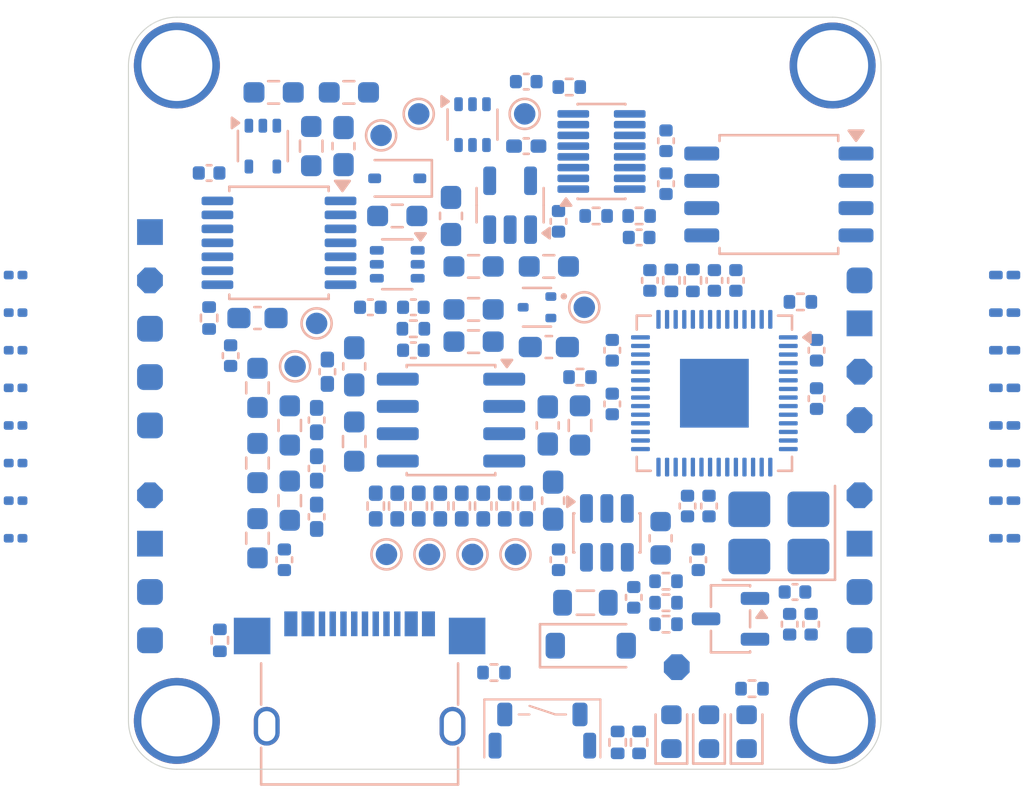
<source format=kicad_pcb>
(kicad_pcb (version 20241229) (generator "pcbnew") (generator_version "9.0")
  (layers (0 "F.Cu" signal) (2 "B.Cu" signal) (13 "F.Paste" user) (15 "B.Paste" user) (5 "F.SilkS" user "F.Silkscreen") (7 "B.SilkS" user "B.Silkscreen") (1 "F.Mask" user) (3 "B.Mask" user) (25 "Edge.Cuts" user))
  (net 0 "")
  (net 1 "GND")
  (net 2 "+3V3")
  (net 3 "+1V1")
  (net 4 "Net-(U2-RSET)")
  (net 5 "Net-(C12-Pad1)")
  (net 6 "Net-(U2-CVIN)")
  (net 7 "+5V")
  (net 8 "/WHITE_SAH")
  (net 9 "/BLACK_SAH")
  (net 10 "/BLACK_ADC")
  (net 11 "/WHITE_ADC")
  (net 12 "Net-(C21-Pad1)")
  (net 13 "Net-(U4C-+)")
  (net 14 "/GREY4")
  (net 15 "/GREY3")
  (net 16 "/GREY2")
  (net 17 "/GREY1")
  (net 18 "/TEST_ADC")
  (net 27 "Net-(C35-Pad1)")
  (net 36 "Net-(C43-Pad1)")
  (net 37 "Net-(D5-K)")
  (net 38 "Net-(U8-BST)")
  (net 39 "+10V")
  (net 40 "Net-(U4C--)")
  (net 41 "Net-(C52-Pad2)")
  (net 42 "/VIDEO_IN")
  (net 43 "Net-(Q1-D)")
  (net 44 "Net-(C55-Pad1)")
  (net 45 "Net-(D1-A)")
  (net 46 "Net-(D2-A)")
  (net 47 "Net-(D3-A)")
  (net 48 "Net-(D4-A)")
  (net 49 "Net-(J1-D+-PadA6)")
  (net 50 "Net-(J1-CC2)")
  (net 51 "Net-(J1-D--PadA7)")
  (net 54 "Net-(J1-CC1)")
  (net 55 "/VIDEO_OUT")
  (net 56 "/TX0")
  (net 57 "/RX0")
  (net 58 "/SWCLK")
  (net 59 "/SWDIO")
  (net 60 "/TX1")
  (net 61 "/RX1")
  (net 62 "/SYNC_CLAMP")
  (net 63 "/USBD-")
  (net 64 "/USBD+")
  (net 65 "Net-(U2-CSOUT)")
  (net 66 "/COMPOSITE_SYNC")
  (net 67 "/VSYNC")
  (net 68 "Net-(U2-VSOUT)")
  (net 69 "/BACK_PORCH")
  (net 70 "Net-(U2-BPOUT)")
  (net 71 "/ODD_FRAME")
  (net 72 "Net-(U2-OEOUT)")
  (net 73 "Net-(U1-QSPI_SS)")
  (net 74 "Net-(R15-Pad1)")
  (net 75 "/VBLACK_PWM")
  (net 76 "Net-(R18-Pad1)")
  (net 77 "/VWHITE_PWM")
  (net 78 "Net-(R34-Pad2)")
  (net 79 "Net-(U8-FB)")
  (net 80 "/LED2")
  (net 81 "/LED1")
  (net 82 "/VIDEO_IN_CLAMP")
  (net 85 "/WHITE_SELECT")
  (net 86 "/BLACK_SELECT")
  (net 87 "/VSEL1")
  (net 88 "Net-(U1-QSPI_SD2)")
  (net 89 "/VSEL2")
  (net 92 "/VSEL0")
  (net 95 "Net-(U1-QSPI_SD3)")
  (net 96 "Net-(U1-XIN)")
  (net 98 "Net-(U1-QSPI_SD1)")
  (net 100 "Net-(U1-QSPI_SD0)")
  (net 101 "/BLACK_CHG")
  (net 103 "Net-(U1-QSPI_SCLK)")
  (net 104 "Net-(U4D-+)")
  (net 105 "Net-(U4B-+)")
  (net 107 "Net-(U11--)")
  (footprint "Resistor_SMD:R_0603_1608Metric_Pad0.98x0.95mm_HandSolder" (layer "B.Cu") (at 106.25 87.25 -90)
    (property "Reference" "R22" (hide yes))
    (property "Value" "1k" (hide yes))
    (pad "1" smd roundrect (at -0.9125 0 270) (size 0.975 0.95) (layers "B.Cu" "B.Mask" "B.Paste") (net 11 "/WHITE_ADC"))
    (pad "2" smd roundrect (at 0.9125 0 270) (size 0.975 0.95) (layers "B.Cu" "B.Mask" "B.Paste") (net 14 "/GREY4"))
  )
  (footprint "Resistor_SMD:R_0402_1005Metric_Pad0.72x0.64mm_HandSolder" (layer "B.Cu") (at 115.75 92.75 -90)
    (property "Reference" "R7" (hide yes))
    (property "Value" "33k" (hide yes))
    (pad "1" smd roundrect (at -0.5975 0 270) (size 0.715 0.64) (layers "B.Cu" "B.Mask" "B.Paste") (net 65 "Net-(U2-CSOUT)"))
    (pad "2" smd roundrect (at 0.5975 0 270) (size 0.715 0.64) (layers "B.Cu" "B.Mask" "B.Paste") (net 66 "/COMPOSITE_SYNC"))
  )
  (footprint "Capacitor_SMD:C_0402_1005Metric" (layer "B.Cu") (at 128.5 82.25 90)
    (property "Reference" "C9" (hide yes))
    (property "Value" "100n" (hide yes))
    (pad "1" smd roundrect (at -0.48 0 90) (size 0.56 0.62) (layers "B.Cu" "B.Mask" "B.Paste") (net 3 "+1V1"))
    (pad "2" smd roundrect (at 0.48 0 90) (size 0.56 0.62) (layers "B.Cu" "B.Mask" "B.Paste") (net 1 "GND"))
  )
  (footprint "LED_SMD:LED_0603_1608Metric" (layer "B.Cu") (at 129 103.25 90)
    (property "Reference" "D4" (hide yes))
    (property "Value" "red" (hide yes))
    (pad "1" smd roundrect (at -0.7875 0 90) (size 0.875 0.95) (layers "B.Cu" "B.Mask" "B.Paste") (net 1 "GND"))
    (pad "2" smd roundrect (at 0.7875 0 90) (size 0.875 0.95) (layers "B.Cu" "B.Mask" "B.Paste") (net 48 "Net-(D4-A)"))
  )
  (footprint "TestPoint:TestPoint_Pad_D1.0mm" (layer "B.Cu") (at 114.25 95 -90)
    (property "Reference" "TP4" (hide yes))
    (property "Value" "TestPoint_Probe" (hide yes))
    (pad "1" smd circle (at 0 0 270) (size 1 1) (layers "B.Cu" "B.Mask") (net 71 "/ODD_FRAME"))
  )
  (footprint "Resistor_SMD:R_0402_1005Metric" (layer "B.Cu") (at 125.25 97.25 180)
    (property "Reference" "R35" (hide yes))
    (property "Value" "15k" (hide yes))
    (pad "1" smd roundrect (at -0.51 0 180) (size 0.54 0.64) (layers "B.Cu" "B.Mask" "B.Paste") (net 78 "Net-(R34-Pad2)"))
    (pad "2" smd roundrect (at 0.51 0 180) (size 0.54 0.64) (layers "B.Cu" "B.Mask" "B.Paste") (net 79 "Net-(U8-FB)"))
  )
  (footprint "Diode_SMD:D_SOD-323" (layer "B.Cu") (at 112.75 77.5 180)
    (property "Reference" "D1" (hide yes))
    (property "Value" "1N4148WS" (hide yes))
    (pad "1" smd roundrect (at -1.05 0 180) (size 0.6 0.45) (layers "B.Cu" "B.Mask" "B.Paste") (net 8 "/WHITE_SAH"))
    (pad "2" smd roundrect (at 1.05 0 180) (size 0.6 0.45) (layers "B.Cu" "B.Mask" "B.Paste") (net 45 "Net-(D1-A)"))
  )
  (footprint "TestPoint:TestPoint_Pad_D1.0mm" (layer "B.Cu") (at 112 75.5 -90)
    (property "Reference" "TP8" (hide yes))
    (property "Value" "TestPoint_Probe" (hide yes))
    (pad "1" smd circle (at 0 0 270) (size 1 1) (layers "B.Cu" "B.Mask") (net 9 "/BLACK_SAH"))
  )
  (footprint "Capacitor_SMD:C_0402_1005Metric_Pad0.74x0.62mm_HandSolder" (layer "B.Cu") (at 109.5 86.5 90)
    (property "Reference" "C24" (hide yes))
    (property "Value" "100n" (hide yes))
    (pad "1" smd roundrect (at -0.5675 0 90) (size 0.735 0.62) (layers "B.Cu" "B.Mask" "B.Paste") (net 14 "/GREY4"))
    (pad "2" smd roundrect (at 0.5675 0 90) (size 0.735 0.62) (layers "B.Cu" "B.Mask" "B.Paste") (net 1 "GND"))
  )
  (footprint "Kolibri custom:Solder_Pad_rounded" (layer "B.Cu") (at 134.25 82.25 180)
    (property "Reference" "P1" (hide yes))
    (property "Value" "~" (hide yes))
    (pad "1" smd roundrect (at 0 0 180) (size 1.2 1.2) (layers "B.Cu" "B.Mask") (net 42 "/VIDEO_IN"))
  )
  (footprint "TestPoint:TestPoint_Pad_D1.0mm" (layer "B.Cu") (at 113.75 74.5 180)
    (property "Reference" "TP5" (hide yes))
    (property "Value" "TestPoint_Probe" (hide yes))
    (pad "1" smd circle (at 0 0 180) (size 1 1) (layers "B.Cu" "B.Mask") (net 8 "/WHITE_SAH"))
  )
  (footprint "Capacitor_SMD:C_0402_1005Metric" (layer "B.Cu") (at 125.25 77.75 90)
    (property "Reference" "C45" (hide yes))
    (property "Value" "100n" (hide yes))
    (pad "1" smd roundrect (at -0.48 0 90) (size 0.56 0.62) (layers "B.Cu" "B.Mask" "B.Paste") (net 2 "+3V3"))
    (pad "2" smd roundrect (at 0.48 0 90) (size 0.56 0.62) (layers "B.Cu" "B.Mask" "B.Paste") (net 1 "GND"))
  )
  (footprint "Resistor_SMD:R_0603_1608Metric_Pad0.98x0.95mm_HandSolder" (layer "B.Cu") (at 107 73.5)
    (property "Reference" "R18" (hide yes))
    (property "Value" "100" (hide yes))
    (pad "1" smd roundrect (at -0.9125 0) (size 0.975 0.95) (layers "B.Cu" "B.Mask" "B.Paste") (net 76 "Net-(R18-Pad1)"))
    (pad "2" smd roundrect (at 0.9125 0) (size 0.975 0.95) (layers "B.Cu" "B.Mask" "B.Paste") (net 9 "/BLACK_SAH"))
  )
  (footprint "Capacitor_SMD:C_0402_1005Metric" (layer "B.Cu") (at 111.5 83.5 180)
    (property "Reference" "C21" (hide yes))
    (property "Value" "1u" (hide yes))
    (pad "1" smd roundrect (at -0.48 0 180) (size 0.56 0.62) (layers "B.Cu" "B.Mask" "B.Paste") (net 12 "Net-(C21-Pad1)"))
    (pad "2" smd roundrect (at 0.48 0 180) (size 0.56 0.62) (layers "B.Cu" "B.Mask" "B.Paste") (net 1 "GND"))
  )
  (footprint "Resistor_SMD:R_0603_1608Metric_Pad0.98x0.95mm_HandSolder" (layer "B.Cu") (at 106.25 94.25 -90)
    (property "Reference" "R26" (hide yes))
    (property "Value" "1k" (hide yes))
    (pad "1" smd roundrect (at -0.9125 0 270) (size 0.975 0.95) (layers "B.Cu" "B.Mask" "B.Paste") (net 17 "/GREY1"))
    (pad "2" smd roundrect (at 0.9125 0 270) (size 0.975 0.95) (layers "B.Cu" "B.Mask" "B.Paste") (net 10 "/BLACK_ADC"))
  )
  (footprint "Capacitor_SMD:C_0201_0603Metric" (layer "B.Cu") (at 95 85.5 180)
    (property "Reference" "C31" (hide yes))
    (property "Value" "C" (hide yes))
    (pad "1" smd roundrect (at -0.32 0 180) (size 0.46 0.4) (layers "B.Cu" "B.Mask"))
    (pad "2" smd roundrect (at 0.32 0 180) (size 0.46 0.4) (layers "B.Cu" "B.Mask"))
  )
  (footprint "Capacitor_SMD:C_0201_0603Metric_Pad0.64x0.40mm_HandSolder" (layer "B.Cu") (at 141 83.75 180)
    (property "Reference" "C38" (hide yes))
    (property "Value" "C" (hide yes))
    (pad "1" smd roundrect (at -0.4075 0 180) (size 0.635 0.4) (layers "B.Cu" "B.Mask"))
    (pad "2" smd roundrect (at 0.4075 0 180) (size 0.635 0.4) (layers "B.Cu" "B.Mask"))
  )
  (footprint "Package_SO:SOIC-8_3.9x4.9mm_P1.27mm" (layer "B.Cu") (at 115.25 88.75 180)
    (property "Reference" "U2" (hide yes))
    (property "Value" "LM1881" (hide yes))
    (pad "1" smd roundrect (at -2.475 1.905 180) (size 1.95 0.6) (layers "B.Cu" "B.Mask" "B.Paste") (net 65 "Net-(U2-CSOUT)"))
    (pad "2" smd roundrect (at -2.475 0.635 180) (size 1.95 0.6) (layers "B.Cu" "B.Mask" "B.Paste") (net 6 "Net-(U2-CVIN)"))
    (pad "3" smd roundrect (at -2.475 -0.635 180) (size 1.95 0.6) (layers "B.Cu" "B.Mask" "B.Paste") (net 68 "Net-(U2-VSOUT)"))
    (pad "4" smd roundrect (at -2.475 -1.905 180) (size 1.95 0.6) (layers "B.Cu" "B.Mask" "B.Paste") (net 1 "GND"))
    (pad "5" smd roundrect (at 2.475 -1.905 180) (size 1.95 0.6) (layers "B.Cu" "B.Mask" "B.Paste") (net 70 "Net-(U2-BPOUT)"))
    (pad "6" smd roundrect (at 2.475 -0.635 180) (size 1.95 0.6) (layers "B.Cu" "B.Mask" "B.Paste") (net 4 "Net-(U2-RSET)"))
    (pad "7" smd roundrect (at 2.475 0.635 180) (size 1.95 0.6) (layers "B.Cu" "B.Mask" "B.Paste") (net 72 "Net-(U2-OEOUT)"))
    (pad "8" smd roundrect (at 2.475 1.905 180) (size 1.95 0.6) (layers "B.Cu" "B.Mask" "B.Paste") (net 7 "+5V"))
  )
  (footprint "Capacitor_SMD:C_0402_1005Metric" (layer "B.Cu") (at 120.25 95.25 90)
    (property "Reference" "C46" (hide yes))
    (property "Value" "100n" (hide yes))
    (pad "1" smd roundrect (at -0.48 0 90) (size 0.56 0.62) (layers "B.Cu" "B.Mask" "B.Paste") (net 37 "Net-(D5-K)"))
    (pad "2" smd roundrect (at 0.48 0 90) (size 0.56 0.62) (layers "B.Cu" "B.Mask" "B.Paste") (net 38 "Net-(U8-BST)"))
  )
  (footprint "Resistor_SMD:R_0603_1608Metric_Pad0.98x0.95mm_HandSolder" (layer "B.Cu") (at 112.75 79.25 180)
    (property "Reference" "R19" (hide yes))
    (property "Value" "100k" (hide yes))
    (pad "1" smd roundrect (at -0.9125 0 180) (size 0.975 0.95) (layers "B.Cu" "B.Mask" "B.Paste") (net 8 "/WHITE_SAH"))
    (pad "2" smd roundrect (at 0.9125 0 180) (size 0.975 0.95) (layers "B.Cu" "B.Mask" "B.Paste") (net 1 "GND"))
  )
  (footprint "Kolibri custom:Solder_Pad_octa" (layer "B.Cu") (at 134.25 88.75 180)
    (property "Reference" "P10" (hide yes))
    (property "Value" "~" (hide yes))
    (pad "1" smd roundrect (at 0 0 180) (size 1.2 1.2) (layers "B.Cu" "B.Mask") (roundrect_rratio 0) (chamfer_ratio 0.3) (chamfer top_left top_right bottom_left bottom_right) (net 7 "+5V"))
  )
  (footprint "Package_TO_SOT_SMD:SOT-23-3" (layer "B.Cu") (at 128.25 98 180)
    (property "Reference" "U9" (hide yes))
    (property "Value" "C19631737" (hide yes))
    (pad "1" smd roundrect (at -1.1375 0.95 180) (size 1.325 0.6) (layers "B.Cu" "B.Mask" "B.Paste") (net 1 "GND"))
    (pad "2" smd roundrect (at -1.1375 -0.95 180) (size 1.325 0.6) (layers "B.Cu" "B.Mask" "B.Paste") (net 2 "+3V3"))
    (pad "3" smd roundrect (at 1.1375 0 180) (size 1.325 0.6) (layers "B.Cu" "B.Mask" "B.Paste") (net 7 "+5V"))
  )
  (footprint "Capacitor_SMD:C_0201_0603Metric_Pad0.64x0.40mm_HandSolder" (layer "B.Cu") (at 141 85.5 180)
    (property "Reference" "C39" (hide yes))
    (property "Value" "C" (hide yes))
    (pad "1" smd roundrect (at -0.4075 0 180) (size 0.635 0.4) (layers "B.Cu" "B.Mask"))
    (pad "2" smd roundrect (at 0.4075 0 180) (size 0.635 0.4) (layers "B.Cu" "B.Mask"))
  )
  (footprint "LED_SMD:LED_0603_1608Metric" (layer "B.Cu") (at 125.5 103.25 90)
    (property "Reference" "D2" (hide yes))
    (property "Value" "yellow" (hide yes))
    (pad "1" smd roundrect (at -0.7875 0 90) (size 0.875 0.95) (layers "B.Cu" "B.Mask" "B.Paste") (net 1 "GND"))
    (pad "2" smd roundrect (at 0.7875 0 90) (size 0.875 0.95) (layers "B.Cu" "B.Mask" "B.Paste") (net 46 "Net-(D2-A)"))
  )
  (footprint "Resistor_SMD:R_0402_1005Metric" (layer "B.Cu") (at 131.5 83.25 180)
    (property "Reference" "R15" (hide yes))
    (property "Value" "1k" (hide yes))
    (pad "1" smd roundrect (at -0.51 0 180) (size 0.54 0.64) (layers "B.Cu" "B.Mask" "B.Paste") (net 74 "Net-(R15-Pad1)"))
    (pad "2" smd roundrect (at 0.51 0 180) (size 0.54 0.64) (layers "B.Cu" "B.Mask" "B.Paste") (net 73 "Net-(U1-QSPI_SS)"))
  )
  (footprint "TestPoint:TestPoint_Pad_D1.0mm" (layer "B.Cu") (at 112.25 95 -90)
    (property "Reference" "TP3" (hide yes))
    (property "Value" "TestPoint_Probe" (hide yes))
    (pad "1" smd circle (at 0 0 270) (size 1 1) (layers "B.Cu" "B.Mask") (net 69 "/BACK_PORCH"))
  )
  (footprint "Capacitor_SMD:C_0201_0603Metric" (layer "B.Cu") (at 95 83.75 180)
    (property "Reference" "C30" (hide yes))
    (property "Value" "C" (hide yes))
    (pad "1" smd roundrect (at -0.32 0 180) (size 0.46 0.4) (layers "B.Cu" "B.Mask"))
    (pad "2" smd roundrect (at 0.32 0 180) (size 0.46 0.4) (layers "B.Cu" "B.Mask"))
  )
  (footprint "Capacitor_SMD:C_0402_1005Metric" (layer "B.Cu") (at 120.25 79.5 -90)
    (property "Reference" "C54" (hide yes))
    (property "Value" "100n" (hide yes))
    (pad "1" smd roundrect (at -0.48 0 270) (size 0.56 0.62) (layers "B.Cu" "B.Mask" "B.Paste") (net 7 "+5V"))
    (pad "2" smd roundrect (at 0.48 0 270) (size 0.56 0.62) (layers "B.Cu" "B.Mask" "B.Paste") (net 1 "GND"))
  )
  (footprint "Capacitor_SMD:C_0402_1005Metric" (layer "B.Cu") (at 127.25 92.75 -90)
    (property "Reference" "C5" (hide yes))
    (property "Value" "100n" (hide yes))
    (pad "1" smd roundrect (at -0.48 0 270) (size 0.56 0.62) (layers "B.Cu" "B.Mask" "B.Paste") (net 2 "+3V3"))
    (pad "2" smd roundrect (at 0.48 0 270) (size 0.56 0.62) (layers "B.Cu" "B.Mask" "B.Paste") (net 1 "GND"))
  )
  (footprint "Package_DFN_QFN:QFN-56-1EP_7x7mm_P0.4mm_EP3.2x3.2mm" (layer "B.Cu") (at 127.5 87.5 180)
    (property "Reference" "U1" (hide yes))
    (property "Value" "RP2040" (hide yes))
    (pad "1" smd roundrect (at -3.4375 2.6 180) (size 0.875 0.2) (layers "B.Cu" "B.Mask" "B.Paste") (net 2 "+3V3"))
    (pad "2" smd roundrect (at -3.4375 2.2 180) (size 0.875 0.2) (layers "B.Cu" "B.Mask" "B.Paste"))
    (pad "3" smd roundrect (at -3.4375 1.8 180) (size 0.875 0.2) (layers "B.Cu" "B.Mask" "B.Paste") (net 77 "/VWHITE_PWM"))
    (pad "4" smd roundrect (at -3.4375 1.4 180) (size 0.875 0.2) (layers "B.Cu" "B.Mask" "B.Paste") (net 85 "/WHITE_SELECT"))
    (pad "5" smd roundrect (at -3.4375 1 180) (size 0.875 0.2) (layers "B.Cu" "B.Mask" "B.Paste") (net 66 "/COMPOSITE_SYNC"))
    (pad "6" smd roundrect (at -3.4375 0.6 180) (size 0.875 0.2) (layers "B.Cu" "B.Mask" "B.Paste") (net 67 "/VSYNC"))
    (pad "7" smd roundrect (at -3.4375 0.2 180) (size 0.875 0.2) (layers "B.Cu" "B.Mask" "B.Paste") (net 71 "/ODD_FRAME"))
    (pad "8" smd roundrect (at -3.4375 -0.2 180) (size 0.875 0.2) (layers "B.Cu" "B.Mask" "B.Paste") (net 92 "/VSEL0"))
    (pad "9" smd roundrect (at -3.4375 -0.6 180) (size 0.875 0.2) (layers "B.Cu" "B.Mask" "B.Paste") (net 87 "/VSEL1"))
    (pad "10" smd roundrect (at -3.4375 -1 180) (size 0.875 0.2) (layers "B.Cu" "B.Mask" "B.Paste") (net 2 "+3V3"))
    (pad "11" smd roundrect (at -3.4375 -1.4 180) (size 0.875 0.2) (layers "B.Cu" "B.Mask" "B.Paste") (net 89 "/VSEL2"))
    (pad "12" smd roundrect (at -3.4375 -1.8 180) (size 0.875 0.2) (layers "B.Cu" "B.Mask" "B.Paste") (net 101 "/BLACK_CHG"))
    (pad "13" smd roundrect (at -3.4375 -2.2 180) (size 0.875 0.2) (layers "B.Cu" "B.Mask" "B.Paste") (net 69 "/BACK_PORCH"))
    (pad "14" smd roundrect (at -3.4375 -2.6 180) (size 0.875 0.2) (layers "B.Cu" "B.Mask" "B.Paste") (net 62 "/SYNC_CLAMP"))
    (pad "15" smd roundrect (at -2.6 -3.4375 180) (size 0.2 0.875) (layers "B.Cu" "B.Mask" "B.Paste") (net 56 "/TX0"))
    (pad "16" smd roundrect (at -2.2 -3.4375 180) (size 0.2 0.875) (layers "B.Cu" "B.Mask" "B.Paste") (net 57 "/RX0"))
    (pad "17" smd roundrect (at -1.8 -3.4375 180) (size 0.2 0.875) (layers "B.Cu" "B.Mask" "B.Paste"))
    (pad "18" smd roundrect (at -1.4 -3.4375 180) (size 0.2 0.875) (layers "B.Cu" "B.Mask" "B.Paste") (net 81 "/LED1"))
    (pad "19" smd roundrect (at -1 -3.4375 180) (size 0.2 0.875) (layers "B.Cu" "B.Mask" "B.Paste") (net 1 "GND"))
    (pad "20" smd roundrect (at -0.6 -3.4375 180) (size 0.2 0.875) (layers "B.Cu" "B.Mask" "B.Paste") (net 96 "Net-(U1-XIN)"))
    (pad "21" smd roundrect (at -0.2 -3.4375 180) (size 0.2 0.875) (layers "B.Cu" "B.Mask" "B.Paste"))
    (pad "22" smd roundrect (at 0.2 -3.4375 180) (size 0.2 0.875) (layers "B.Cu" "B.Mask" "B.Paste") (net 2 "+3V3"))
    (pad "23" smd roundrect (at 0.6 -3.4375 180) (size 0.2 0.875) (layers "B.Cu" "B.Mask" "B.Paste") (net 3 "+1V1"))
    (pad "24" smd roundrect (at 1 -3.4375 180) (size 0.2 0.875) (layers "B.Cu" "B.Mask" "B.Paste") (net 58 "/SWCLK"))
    (pad "25" smd roundrect (at 1.4 -3.4375 180) (size 0.2 0.875) (layers "B.Cu" "B.Mask" "B.Paste") (net 59 "/SWDIO"))
    (pad "26" smd roundrect (at 1.8 -3.4375 180) (size 0.2 0.875) (layers "B.Cu" "B.Mask" "B.Paste") (net 2 "+3V3"))
    (pad "27" smd roundrect (at 2.2 -3.4375 180) (size 0.2 0.875) (layers "B.Cu" "B.Mask" "B.Paste") (net 80 "/LED2"))
    (pad "28" smd roundrect (at 2.6 -3.4375 180) (size 0.2 0.875) (layers "B.Cu" "B.Mask" "B.Paste") (net 86 "/BLACK_SELECT"))
    (pad "29" smd roundrect (at 3.4375 -2.6 180) (size 0.875 0.2) (layers "B.Cu" "B.Mask" "B.Paste") (net 75 "/VBLACK_PWM"))
    (pad "30" smd roundrect (at 3.4375 -2.2 180) (size 0.875 0.2) (layers "B.Cu" "B.Mask" "B.Paste"))
    (pad "31" smd roundrect (at 3.4375 -1.8 180) (size 0.875 0.2) (layers "B.Cu" "B.Mask" "B.Paste") (net 60 "/TX1"))
    (pad "32" smd roundrect (at 3.4375 -1.4 180) (size 0.875 0.2) (layers "B.Cu" "B.Mask" "B.Paste") (net 61 "/RX1"))
    (pad "33" smd roundrect (at 3.4375 -1 180) (size 0.875 0.2) (layers "B.Cu" "B.Mask" "B.Paste") (net 2 "+3V3"))
    (pad "34" smd roundrect (at 3.4375 -0.6 180) (size 0.875 0.2) (layers "B.Cu" "B.Mask" "B.Paste"))
    (pad "35" smd roundrect (at 3.4375 -0.2 180) (size 0.875 0.2) (layers "B.Cu" "B.Mask" "B.Paste"))
    (pad "36" smd roundrect (at 3.4375 0.2 180) (size 0.875 0.2) (layers "B.Cu" "B.Mask" "B.Paste"))
    (pad "37" smd roundrect (at 3.4375 0.6 180) (size 0.875 0.2) (layers "B.Cu" "B.Mask" "B.Paste"))
    (pad "38" smd roundrect (at 3.4375 1 180) (size 0.875 0.2) (layers "B.Cu" "B.Mask" "B.Paste") (net 11 "/WHITE_ADC"))
    (pad "39" smd roundrect (at 3.4375 1.4 180) (size 0.875 0.2) (layers "B.Cu" "B.Mask" "B.Paste") (net 10 "/BLACK_ADC"))
    (pad "40" smd roundrect (at 3.4375 1.8 180) (size 0.875 0.2) (layers "B.Cu" "B.Mask" "B.Paste") (net 18 "/TEST_ADC"))
    (pad "41" smd roundrect (at 3.4375 2.2 180) (size 0.875 0.2) (layers "B.Cu" "B.Mask" "B.Paste"))
    (pad "42" smd roundrect (at 3.4375 2.6 180) (size 0.875 0.2) (layers "B.Cu" "B.Mask" "B.Paste") (net 2 "+3V3"))
    (pad "43" smd roundrect (at 2.6 3.4375 180) (size 0.2 0.875) (layers "B.Cu" "B.Mask" "B.Paste") (net 2 "+3V3"))
    (pad "44" smd roundrect (at 2.2 3.4375 180) (size 0.2 0.875) (layers "B.Cu" "B.Mask" "B.Paste") (net 2 "+3V3"))
    (pad "45" smd roundrect (at 1.8 3.4375 180) (size 0.2 0.875) (layers "B.Cu" "B.Mask" "B.Paste") (net 3 "+1V1"))
    (pad "46" smd roundrect (at 1.4 3.4375 180) (size 0.2 0.875) (layers "B.Cu" "B.Mask" "B.Paste") (net 63 "/USBD-"))
    (pad "47" smd roundrect (at 1 3.4375 180) (size 0.2 0.875) (layers "B.Cu" "B.Mask" "B.Paste") (net 64 "/USBD+"))
    (pad "48" smd roundrect (at 0.6 3.4375 180) (size 0.2 0.875) (layers "B.Cu" "B.Mask" "B.Paste") (net 2 "+3V3"))
    (pad "49" smd roundrect (at 0.2 3.4375 180) (size 0.2 0.875) (layers "B.Cu" "B.Mask" "B.Paste") (net 2 "+3V3"))
    (pad "50" smd roundrect (at -0.2 3.4375 180) (size 0.2 0.875) (layers "B.Cu" "B.Mask" "B.Paste") (net 3 "+1V1"))
    (pad "51" smd roundrect (at -0.6 3.4375 180) (size 0.2 0.875) (layers "B.Cu" "B.Mask" "B.Paste") (net 95 "Net-(U1-QSPI_SD3)"))
    (pad "52" smd roundrect (at -1 3.4375 180) (size 0.2 0.875) (layers "B.Cu" "B.Mask" "B.Paste") (net 103 "Net-(U1-QSPI_SCLK)"))
    (pad "53" smd roundrect (at -1.4 3.4375 180) (size 0.2 0.875) (layers "B.Cu" "B.Mask" "B.Paste") (net 100 "Net-(U1-QSPI_SD0)"))
    (pad "54" smd roundrect (at -1.8 3.4375 180) (size 0.2 0.875) (layers "B.Cu" "B.Mask" "B.Paste") (net 88 "Net-(U1-QSPI_SD2)"))
    (pad "55" smd roundrect (at -2.2 3.4375 180) (size 0.2 0.875) (layers "B.Cu" "B.Mask" "B.Paste") (net 98 "Net-(U1-QSPI_SD1)"))
    (pad "56" smd roundrect (at -2.6 3.4375 180) (size 0.2 0.875) (layers "B.Cu" "B.Mask" "B.Paste") (net 73 "Net-(U1-QSPI_SS)"))
    (pad "57" smd rect (at 0 0 180) (size 3.2 3.2) (property pad_prop_heatsink) (layers "B.Cu" "B.Mask") (net 1 "GND"))
  )
  (footprint "Capacitor_SMD:C_0603_1608Metric_Pad1.08x0.95mm_HandSolder" (layer "B.Cu") (at 110.75 86.25 -90)
    (property "Reference" "C11" (hide yes))
    (property "Value" "100n" (hide yes))
    (pad "1" smd roundrect (at -0.8625 0 270) (size 1.075 0.95) (layers "B.Cu" "B.Mask" "B.Paste") (net 4 "Net-(U2-RSET)"))
    (pad "2" smd roundrect (at 0.8625 0 270) (size 1.075 0.95) (layers "B.Cu" "B.Mask" "B.Paste") (net 1 "GND"))
  )
  (footprint "Resistor_SMD:R_0603_1608Metric_Pad0.98x0.95mm_HandSolder" (layer "B.Cu") (at 108.75 76 -90)
    (property "Reference" "R20" (hide yes))
    (property "Value" "100k" (hide yes))
    (pad "1" smd roundrect (at -0.9125 0 270) (size 0.975 0.95) (layers "B.Cu" "B.Mask" "B.Paste") (net 9 "/BLACK_SAH"))
    (pad "2" smd roundrect (at 0.9125 0 270) (size 0.975 0.95) (layers "B.Cu" "B.Mask" "B.Paste") (net 1 "GND"))
  )
  (footprint "Resistor_SMD:R_0402_1005Metric" (layer "B.Cu") (at 125.5 82.25 -90)
    (property "Reference" "R3" (hide yes))
    (property "Value" "27" (hide yes))
    (pad "1" smd roundrect (at -0.51 0 270) (size 0.54 0.64) (layers "B.Cu" "B.Mask" "B.Paste") (net 51 "Net-(J1-D--PadA7)"))
    (pad "2" smd roundrect (at 0.51 0 270) (size 0.54 0.64) (layers "B.Cu" "B.Mask" "B.Paste") (net 63 "/USBD-"))
  )
  (footprint "Capacitor_SMD:C_0201_0603Metric" (layer "B.Cu") (at 95 90.75 180)
    (property "Reference" "C34" (hide yes))
    (property "Value" "C" (hide yes))
    (pad "1" smd roundrect (at -0.32 0 180) (size 0.46 0.4) (layers "B.Cu" "B.Mask") (net 1 "GND"))
    (pad "2" smd roundrect (at 0.32 0 180) (size 0.46 0.4) (layers "B.Cu" "B.Mask") (net 1 "GND"))
  )
  (footprint "Capacitor_SMD:C_0402_1005Metric" (layer "B.Cu") (at 122.75 88 90)
    (property "Reference" "C6" (hide yes))
    (property "Value" "100n" (hide yes))
    (pad "1" smd roundrect (at -0.48 0 90) (size 0.56 0.62) (layers "B.Cu" "B.Mask" "B.Paste") (net 2 "+3V3"))
    (pad "2" smd roundrect (at 0.48 0 90) (size 0.56 0.62) (layers "B.Cu" "B.Mask" "B.Paste") (net 1 "GND"))
  )
  (footprint "Kolibri custom:Solder_Pad_rect" (layer "B.Cu") (at 134.25 94.5 180)
    (property "Reference" "P15" (hide yes))
    (property "Value" "~" (hide yes))
    (pad "1" smd rect (at 0 0 180) (size 1.2 1.2) (layers "B.Cu" "B.Mask") (net 1 "GND"))
  )
  (footprint "Resistor_SMD:R_0603_1608Metric_Pad0.98x0.95mm_HandSolder" (layer "B.Cu") (at 116.3 81.6 180)
    (property "Reference" "R44" (hide yes))
    (property "Value" "1k" (hide yes))
    (pad "1" smd roundrect (at -0.9125 0 180) (size 0.975 0.95) (layers "B.Cu" "B.Mask" "B.Paste") (net 107 "Net-(U11--)"))
    (pad "2" smd roundrect (at 0.9125 0 180) (size 0.975 0.95) (layers "B.Cu" "B.Mask" "B.Paste") (net 1 "GND"))
  )
  (footprint "Resistor_SMD:R_0402_1005Metric_Pad0.72x0.64mm_HandSolder" (layer "B.Cu") (at 113.75 92.75 -90)
    (property "Reference" "R13" (hide yes))
    (property "Value" "33k" (hide yes))
    (pad "1" smd roundrect (at -0.5975 0 270) (size 0.715 0.64) (layers "B.Cu" "B.Mask" "B.Paste") (net 72 "Net-(U2-OEOUT)"))
    (pad "2" smd roundrect (at 0.5975 0 270) (size 0.715 0.64) (layers "B.Cu" "B.Mask" "B.Paste") (net 71 "/ODD_FRAME"))
  )
  (footprint "Resistor_SMD:R_0402_1005Metric_Pad0.72x0.64mm_HandSolder" (layer "B.Cu") (at 111.75 92.75 -90)
    (property "Reference" "R11" (hide yes))
    (property "Value" "33k" (hide yes))
    (pad "1" smd roundrect (at -0.5975 0 270) (size 0.715 0.64) (layers "B.Cu" "B.Mask" "B.Paste") (net 70 "Net-(U2-BPOUT)"))
    (pad "2" smd roundrect (at 0.5975 0 270) (size 0.715 0.64) (layers "B.Cu" "B.Mask" "B.Paste") (net 69 "/BACK_PORCH"))
  )
  (footprint "Capacitor_SMD:C_0402_1005Metric" (layer "B.Cu") (at 113.5 83.5)
    (property "Reference" "C22" (hide yes))
    (property "Value" "100n" (hide yes))
    (pad "1" smd roundrect (at -0.48 0) (size 0.56 0.62) (layers "B.Cu" "B.Mask" "B.Paste") (net 2 "+3V3"))
    (pad "2" smd roundrect (at 0.48 0) (size 0.56 0.62) (layers "B.Cu" "B.Mask" "B.Paste") (net 1 "GND"))
  )
  (footprint "Resistor_SMD:R_0603_1608Metric_Pad0.98x0.95mm_HandSolder" (layer "B.Cu") (at 107.75 92.5 -90)
    (property "Reference" "R25" (hide yes))
    (property "Value" "1k" (hide yes))
    (pad "1" smd roundrect (at -0.9125 0 270) (size 0.975 0.95) (layers "B.Cu" "B.Mask" "B.Paste") (net 16 "/GREY2"))
    (pad "2" smd roundrect (at 0.9125 0 270) (size 0.975 0.95) (layers "B.Cu" "B.Mask" "B.Paste") (net 17 "/GREY1"))
  )
  (footprint "Capacitor_SMD:C_0603_1608Metric_Pad1.08x0.95mm_HandSolder" (layer "B.Cu") (at 110.25 76 -90)
    (property "Reference" "C18" (hide yes))
    (property "Value" "10u" (hide yes))
    (pad "1" smd roundrect (at -0.8625 0 270) (size 1.075 0.95) (layers "B.Cu" "B.Mask" "B.Paste") (net 9 "/BLACK_SAH"))
    (pad "2" smd roundrect (at 0.8625 0 270) (size 1.075 0.95) (layers "B.Cu" "B.Mask" "B.Paste") (net 1 "GND"))
  )
  (footprint "Package_TO_SOT_SMD:TSOT-23-5" (layer "B.Cu") (at 118 78.75 90)
    (property "Reference" "U11" (hide yes))
    (property "Value" "OPA188xxDBV" (hide yes))
    (pad "1" smd roundrect (at -1.1375 0.95 90) (size 1.325 0.6) (layers "B.Cu" "B.Mask" "B.Paste") (net 82 "/VIDEO_IN_CLAMP"))
    (pad "2" smd roundrect (at -1.1375 0 90) (size 1.325 0.6) (layers "B.Cu" "B.Mask" "B.Paste") (net 1 "GND"))
    (pad "3" smd roundrect (at -1.1375 -0.95 90) (size 1.325 0.6) (layers "B.Cu" "B.Mask" "B.Paste") (net 43 "Net-(Q1-D)"))
    (pad "4" smd roundrect (at 1.1375 -0.95 90) (size 1.325 0.6) (layers "B.Cu" "B.Mask" "B.Paste") (net 107 "Net-(U11--)"))
    (pad "5" smd roundrect (at 1.1375 0.95 90) (size 1.325 0.6) (layers "B.Cu" "B.Mask" "B.Paste") (net 7 "+5V"))
  )
  (footprint "Capacitor_SMD:C_0402_1005Metric" (layer "B.Cu") (at 126.75 95.25 90)
    (property "Reference" "C49" (hide yes))
    (property "Value" "1u" (hide yes))
    (pad "1" smd roundrect (at -0.48 0 90) (size 0.56 0.62) (layers "B.Cu" "B.Mask" "B.Paste") (net 7 "+5V"))
    (pad "2" smd roundrect (at 0.48 0 90) (size 0.56 0.62) (layers "B.Cu" "B.Mask" "B.Paste") (net 1 "GND"))
  )
  (footprint "Capacitor_SMD:C_0402_1005Metric" (layer "B.Cu") (at 104 77.25 180)
    (property "Reference" "C16" (hide yes))
    (property "Value" "100n" (hide yes))
    (pad "1" smd roundrect (at -0.48 0 180) (size 0.56 0.62) (layers "B.Cu" "B.Mask" "B.Paste") (net 7 "+5V"))
    (pad "2" smd roundrect (at 0.48 0 180) (size 0.56 0.62) (layers "B.Cu" "B.Mask" "B.Paste") (net 1 "GND"))
  )
  (footprint "Resistor_SMD:R_0603_1608Metric_Pad0.98x0.95mm_HandSolder" (layer "B.Cu") (at 106.25 90.75 -90)
    (property "Reference" "R24" (hide yes))
    (property "Value" "1k" (hide yes))
    (pad "1" smd roundrect (at -0.9125 0 270) (size 0.975 0.95) (layers "B.Cu" "B.Mask" "B.Paste") (net 15 "/GREY3"))
    (pad "2" smd roundrect (at 0.9125 0 270) (size 0.975 0.95) (layers "B.Cu" "B.Mask" "B.Paste") (net 16 "/GREY2"))
  )
  (footprint "Kolibri custom:Button C530669" (layer "B.Cu") (at 119.5 103.75 180)
    (property "Reference" "SW1" (hide yes))
    (property "Value" "~" (hide yes))
    (pad "" np_thru_hole circle (at -0.85 0 180) (size 0.6 0.6) (drill 0.6) (layers "*.Cu" "*.Mask"))
    (pad "" np_thru_hole circle (at 0.85 0 180) (size 0.6 0.6) (drill 0.6) (layers "*.Cu" "*.Mask"))
    (pad "1" smd roundrect (at -1.75 1.3 180) (size 0.7 1.1) (layers "B.Cu" "B.Mask" "B.Paste") (net 74 "Net-(R15-Pad1)"))
    (pad "2" smd roundrect (at 1.75 1.3 180) (size 0.7 1.1) (layers "B.Cu" "B.Mask" "B.Paste") (net 1 "GND"))
    (pad "3" smd roundrect (at 2.2 -0.15 180) (size 0.6 1.2) (layers "B.Cu" "B.Mask" "B.Paste") (net 1 "GND"))
    (pad "4" smd roundrect (at -2.2 -0.15 180) (size 0.6 1.2) (layers "B.Cu" "B.Mask" "B.Paste") (net 1 "GND"))
  )
  (footprint "Capacitor_SMD:C_0201_0603Metric" (layer "B.Cu") (at 95 89 180)
    (property "Reference" "C33" (hide yes))
    (property "Value" "C" (hide yes))
    (pad "1" smd roundrect (at -0.32 0 180) (size 0.46 0.4) (layers "B.Cu" "B.Mask") (net 1 "GND"))
    (pad "2" smd roundrect (at 0.32 0 180) (size 0.46 0.4) (layers "B.Cu" "B.Mask") (net 1 "GND"))
  )
  (footprint "Resistor_SMD:R_0402_1005Metric" (layer "B.Cu") (at 113.5 84.5)
    (property "Reference" "R27" (hide yes))
    (property "Value" "10k" (hide yes))
    (pad "1" smd roundrect (at -0.51 0) (size 0.54 0.64) (layers "B.Cu" "B.Mask" "B.Paste") (net 77 "/VWHITE_PWM"))
    (pad "2" smd roundrect (at 0.51 0) (size 0.54 0.64) (layers "B.Cu" "B.Mask" "B.Paste") (net 12 "Net-(C21-Pad1)"))
  )
  (footprint "TestPoint:TestPoint_Pad_D1.0mm" (layer "B.Cu") (at 109 84.25 180)
    (property "Reference" "TP6" (hide yes))
    (property "Value" "TestPoint_Probe" (hide yes))
    (pad "1" smd circle (at 0 0 180) (size 1 1) (layers "B.Cu" "B.Mask") (net 12 "Net-(C21-Pad1)"))
  )
  (footprint "Package_SO:Texas_DYY0016A_TSOT-23-16_2x4.2mm_P0.5mm" (layer "B.Cu") (at 122.25 76.25)
    (property "Reference" "U7" (hide yes))
    (property "Value" "TMUX1308DYY" (hide yes))
    (pad "1" smd roundrect (at -1.3125 1.75) (size 1.475 0.35) (layers "B.Cu" "B.Mask" "B.Paste") (net 15 "/GREY3"))
    (pad "2" smd roundrect (at -1.3125 1.25) (size 1.475 0.35) (layers "B.Cu" "B.Mask" "B.Paste") (net 11 "/WHITE_ADC"))
    (pad "3" smd roundrect (at -1.3125 0.75) (size 1.475 0.35) (layers "B.Cu" "B.Mask" "B.Paste") (net 13 "Net-(U4C-+)"))
    (pad "4" smd roundrect (at -1.3125 0.25) (size 1.475 0.35) (layers "B.Cu" "B.Mask" "B.Paste") (net 1 "GND"))
    (pad "5" smd roundrect (at -1.3125 -0.25) (size 1.475 0.35) (layers "B.Cu" "B.Mask" "B.Paste") (net 14 "/GREY4"))
    (pad "6" smd roundrect (at -1.3125 -0.75) (size 1.475 0.35) (layers "B.Cu" "B.Mask" "B.Paste") (net 1 "GND"))
    (pad "7" smd roundrect (at -1.3125 -1.25) (size 1.475 0.35) (layers "B.Cu" "B.Mask" "B.Paste"))
    (pad "8" smd roundrect (at -1.3125 -1.75) (size 1.475 0.35) (layers "B.Cu" "B.Mask" "B.Paste") (net 1 "GND"))
    (pad "9" smd roundrect (at 1.3125 -1.75) (size 1.475 0.35) (layers "B.Cu" "B.Mask" "B.Paste") (net 89 "/VSEL2"))
    (pad "10" smd roundrect (at 1.3125 -1.25) (size 1.475 0.35) (layers "B.Cu" "B.Mask" "B.Paste") (net 87 "/VSEL1"))
    (pad "11" smd roundrect (at 1.3125 -0.75) (size 1.475 0.35) (layers "B.Cu" "B.Mask" "B.Paste") (net 92 "/VSEL0"))
    (pad "12" smd roundrect (at 1.3125 -0.25) (size 1.475 0.35) (layers "B.Cu" "B.Mask" "B.Paste") (net 16 "/GREY2"))
    (pad "13" smd roundrect (at 1.3125 0.25) (size 1.475 0.35) (layers "B.Cu" "B.Mask" "B.Paste") (net 82 "/VIDEO_IN_CLAMP"))
    (pad "14" smd roundrect (at 1.3125 0.75) (size 1.475 0.35) (layers "B.Cu" "B.Mask" "B.Paste") (net 10 "/BLACK_ADC"))
    (pad "15" smd roundrect (at 1.3125 1.25) (size 1.475 0.35) (layers "B.Cu" "B.Mask" "B.Paste") (net 17 "/GREY1"))
    (pad "16" smd roundrect (at 1.3125 1.75) (size 1.475 0.35) (layers "B.Cu" "B.Mask" "B.Paste") (net 2 "+3V3"))
  )
  (footprint "Capacitor_SMD:C_0603_1608Metric" (layer "B.Cu") (at 125 94.25 90)
    (property "Reference" "C48" (hide yes))
    (property "Value" "10u" (hide yes))
    (pad "1" smd roundrect (at -0.775 0 90) (size 0.9 0.95) (layers "B.Cu" "B.Mask" "B.Paste") (net 39 "+10V"))
    (pad "2" smd roundrect (at 0.775 0 90) (size 0.9 0.95) (layers "B.Cu" "B.Mask" "B.Paste") (net 1 "GND"))
  )
  (footprint "Resistor_SMD:R_0603_1608Metric_Pad0.98x0.95mm_HandSolder" (layer "B.Cu") (at 110.5 73.5 180)
    (property "Reference" "R40" (hide yes))
    (property "Value" "1M" (hide yes))
    (pad "1" smd roundrect (at -0.9125 0 180) (size 0.975 0.95) (layers "B.Cu" "B.Mask" "B.Paste") (net 2 "+3V3"))
    (pad "2" smd roundrect (at 0.9125 0 180) (size 0.975 0.95) (layers "B.Cu" "B.Mask" "B.Paste") (net 9 "/BLACK_SAH"))
  )
  (footprint "Kolibri custom:Solder_Pad_rounded" (layer "B.Cu") (at 101.25 96.75 180)
    (property "Reference" "P4" (hide yes))
    (property "Value" "~" (hide yes))
    (pad "1" smd roundrect (at 0 0 180) (size 1.2 1.2) (layers "B.Cu" "B.Mask") (net 57 "/RX0"))
  )
  (footprint "Resistor_SMD:R_0402_1005Metric" (layer "B.Cu") (at 125.25 98.25)
    (property "Reference" "R36" (hide yes))
    (property "Value" "10k" (hide yes))
    (pad "1" smd roundrect (at -0.51 0) (size 0.54 0.64) (layers "B.Cu" "B.Mask" "B.Paste") (net 79 "Net-(U8-FB)"))
    (pad "2" smd roundrect (at 0.51 0) (size 0.54 0.64) (layers "B.Cu" "B.Mask" "B.Paste") (net 1 "GND"))
  )
  (footprint "Capacitor_SMD:C_0402_1005Metric" (layer "B.Cu") (at 107.5 95.25 -90)
    (property "Reference" "C19" (hide yes))
    (property "Value" "100n" (hide yes))
    (pad "1" smd roundrect (at -0.48 0 270) (size 0.56 0.62) (layers "B.Cu" "B.Mask" "B.Paste") (net 10 "/BLACK_ADC"))
    (pad "2" smd roundrect (at 0.48 0 270) (size 0.56 0.62) (layers "B.Cu" "B.Mask" "B.Paste") (net 1 "GND"))
  )
  (footprint "Package_TO_SOT_SMD:SOT-523" (layer "B.Cu") (at 119.25 83.5 180)
    (property "Reference" "Q1" (hide yes))
    (property "Value" "2SK3019" (hide yes))
    (pad "1" smd roundrect (at -0.645 0.5) (size 0.51 0.4) (layers "B.Cu" "B.Mask" "B.Paste") (net 62 "/SYNC_CLAMP"))
    (pad "2" smd roundrect (at -0.645 -0.5) (size 0.51 0.4) (layers "B.Cu" "B.Mask" "B.Paste") (net 1 "GND"))
    (pad "3" smd roundrect (at 0.645 0) (size 0.51 0.4) (layers "B.Cu" "B.Mask" "B.Paste") (net 43 "Net-(Q1-D)"))
  )
  (footprint "Capacitor_SMD:C_0201_0603Metric_Pad0.64x0.40mm_HandSolder" (layer "B.Cu") (at 141 92.5 180)
    (property "Reference" "C43" (hide yes))
    (property "Value" "C" (hide yes))
    (pad "1" smd roundrect (at -0.4075 0 180) (size 0.635 0.4) (layers "B.Cu" "B.Mask") (net 36 "Net-(C43-Pad1)"))
    (pad "2" smd roundrect (at 0.4075 0 180) (size 0.635 0.4) (layers "B.Cu" "B.Mask") (net 36 "Net-(C43-Pad1)"))
  )
  (footprint "Capacitor_SMD:C_0603_1608Metric_Pad1.08x0.95mm_HandSolder" (layer "B.Cu") (at 120 92.5 90)
    (property "Reference" "C13" (hide yes))
    (property "Value" "510p" (hide yes))
    (pad "1" smd roundrect (at -0.8625 0 90) (size 1.075 0.95) (layers "B.Cu" "B.Mask" "B.Paste") (net 1 "GND"))
    (pad "2" smd roundrect (at 0.8625 0 90) (size 1.075 0.95) (layers "B.Cu" "B.Mask" "B.Paste") (net 5 "Net-(C12-Pad1)"))
  )
  (footprint "Inductor_SMD:L_0805_2012Metric" (layer "B.Cu") (at 121.5 97.25)
    (property "Reference" "L1" (hide yes))
    (property "Value" "10u" (hide yes))
    (pad "1" smd roundrect (at -1.0625 0) (size 0.875 1.2) (layers "B.Cu" "B.Mask" "B.Paste") (net 37 "Net-(D5-K)"))
    (pad "2" smd roundrect (at 1.0625 0) (size 0.875 1.2) (layers "B.Cu" "B.Mask" "B.Paste") (net 7 "+5V"))
  )
  (footprint "Capacitor_SMD:C_0603_1608Metric_Pad1.08x0.95mm_HandSolder" (layer "B.Cu") (at 119.8 85.35 180)
    (property "Reference" "C53" (hide yes))
    (property "Value" "1u" (hide yes))
    (pad "1" smd roundrect (at -0.8625 0 180) (size 1.075 0.95) (layers "B.Cu" "B.Mask" "B.Paste") (net 42 "/VIDEO_IN"))
    (pad "2" smd roundrect (at 0.8625 0 180) (size 1.075 0.95) (layers "B.Cu" "B.Mask" "B.Paste") (net 43 "Net-(Q1-D)"))
  )
  (footprint "Capacitor_SMD:C_0201_0603Metric" (layer "B.Cu") (at 95 87.25 180)
    (property "Reference" "C32" (hide yes))
    (property "Value" "C" (hide yes))
    (pad "1" smd roundrect (at -0.32 0 180) (size 0.46 0.4) (layers "B.Cu" "B.Mask"))
    (pad "2" smd roundrect (at 0.32 0 180) (size 0.46 0.4) (layers "B.Cu" "B.Mask"))
  )
  (footprint "LED_SMD:LED_0603_1608Metric" (layer "B.Cu") (at 127.25 103.25 90)
    (property "Reference" "D3" (hide yes))
    (property "Value" "green" (hide yes))
    (pad "1" smd roundrect (at -0.7875 0 90) (size 0.875 0.95) (layers "B.Cu" "B.Mask" "B.Paste") (net 1 "GND"))
    (pad "2" smd roundrect (at 0.7875 0 90) (size 0.875 0.95) (layers "B.Cu" "B.Mask" "B.Paste") (net 47 "Net-(D3-A)"))
  )
  (footprint "Capacitor_SMD:C_0603_1608Metric_Pad1.08x0.95mm_HandSolder" (layer "B.Cu") (at 115.25 79.25 90)
    (property "Reference" "C17" (hide yes))
    (property "Value" "10u" (hide yes))
    (pad "1" smd roundrect (at -0.8625 0 90) (size 1.075 0.95) (layers "B.Cu" "B.Mask" "B.Paste") (net 8 "/WHITE_SAH"))
    (pad "2" smd roundrect (at 0.8625 0 90) (size 1.075 0.95) (layers "B.Cu" "B.Mask" "B.Paste") (net 1 "GND"))
  )
  (footprint "Capacitor_SMD:C_0402_1005Metric" (layer "B.Cu") (at 118.75 73 180)
    (property "Reference" "C55" (hide yes))
    (property "Value" "1u" (hide yes))
    (pad "1" smd roundrect (at -0.48 0 180) (size 0.56 0.62) (layers "B.Cu" "B.Mask" "B.Paste") (net 44 "Net-(C55-Pad1)"))
    (pad "2" smd roundrect (at 0.48 0 180) (size 0.56 0.62) (layers "B.Cu" "B.Mask" "B.Paste") (net 1 "GND"))
  )
  (footprint "TestPoint:TestPoint_Pad_D1.0mm" (layer "B.Cu") (at 118.6775 74.5 180)
    (property "Reference" "TP10" (hide yes))
    (property "Value" "TestPoint_Probe" (hide yes))
    (pad "1" smd circle (at 0 0 180) (size 1 1) (layers "B.Cu" "B.Mask") (net 44 "Net-(C55-Pad1)"))
  )
  (footprint "Resistor_SMD:R_0402_1005Metric" (layer "B.Cu") (at 123 103.75 90)
    (property "Reference" "R38" (hide yes))
    (property "Value" "470" (hide yes))
    (pad "1" smd roundrect (at -0.51 0 90) (size 0.54 0.64) (layers "B.Cu" "B.Mask" "B.Paste") (net 81 "/LED1"))
    (pad "2" smd roundrect (at 0.51 0 90) (size 0.54 0.64) (layers "B.Cu" "B.Mask" "B.Paste") (net 46 "Net-(D2-A)"))
  )
  (footprint "Capacitor_SMD:C_0201_0603Metric_Pad0.64x0.40mm_HandSolder" (layer "B.Cu") (at 141 90.75 180)
    (property "Reference" "C42" (hide yes))
    (property "Value" "C" (hide yes))
    (pad "1" smd roundrect (at -0.4075 0 180) (size 0.635 0.4) (layers "B.Cu" "B.Mask") (net 1 "GND"))
    (pad "2" smd roundrect (at 0.4075 0 180) (size 0.635 0.4) (layers "B.Cu" "B.Mask") (net 1 "GND"))
  )
  (footprint "Kolibri custom:Solder_Pad_rect" (layer "B.Cu") (at 134.25 84.25 180)
    (property "Reference" "P16" (hide yes))
    (property "Value" "~" (hide yes))
    (pad "1" smd rect (at 0 0 180) (size 1.2 1.2) (layers "B.Cu" "B.Mask") (net 1 "GND"))
  )
  (footprint "Capacitor_SMD:C_0201_0603Metric_Pad0.64x0.40mm_HandSolder" (layer "B.Cu") (at 141 87.25 180)
    (property "Reference" "C40" (hide yes))
    (property "Value" "C" (hide yes))
    (pad "1" smd roundrect (at -0.4075 0 180) (size 0.635 0.4) (layers "B.Cu" "B.Mask"))
    (pad "2" smd roundrect (at 0.4075 0 180) (size 0.635 0.4) (layers "B.Cu" "B.Mask"))
  )
  (footprint "Capacitor_SMD:C_0201_0603Metric_Pad0.64x0.40mm_HandSolder" (layer "B.Cu") (at 141 89 180)
    (property "Reference" "C41" (hide yes))
    (property "Value" "C" (hide yes))
    (pad "1" smd roundrect (at -0.4075 0 180) (size 0.635 0.4) (layers "B.Cu" "B.Mask") (net 1 "GND"))
    (pad "2" smd roundrect (at 0.4075 0 180) (size 0.635 0.4) (layers "B.Cu" "B.Mask") (net 1 "GND"))
  )
  (footprint "Resistor_SMD:R_0402_1005Metric" (layer "B.Cu") (at 124 79.25)
    (property "Reference" "R33" (hide yes))
    (property "Value" "100k" (hide yes))
    (pad "1" smd roundrect (at -0.51 0) (size 0.54 0.64) (layers "B.Cu" "B.Mask" "B.Paste") (net 18 "/TEST_ADC"))
    (pad "2" smd roundrect (at 0.51 0) (size 0.54 0.64) (layers "B.Cu" "B.Mask" "B.Paste") (net 1 "GND"))
  )
  (footprint "Capacitor_SMD:C_0201_0603Metric" (layer "B.Cu") (at 95 82 180)
    (property "Reference" "C29" (hide yes))
    (property "Value" "C" (hide yes))
    (pad "1" smd roundrect (at -0.32 0 180) (size 0.46 0.4) (layers "B.Cu" "B.Mask"))
    (pad "2" smd roundrect (at 0.32 0 180) (size 0.46 0.4) (layers "B.Cu" "B.Mask"))
  )
  (footprint "Kolibri custom:Solder_Pad_octa" (layer "B.Cu") (at 101.25 82.25 180)
    (property "Reference" "P13" (hide yes))
    (property "Value" "~" (hide yes))
    (pad "1" smd roundrect (at 0 0 180) (size 1.2 1.2) (layers "B.Cu" "B.Mask") (roundrect_rratio 0) (chamfer_ratio 0.3) (chamfer top_left top_right bottom_left bottom_right) (net 39 "+10V"))
  )
  (footprint "Resistor_SMD:R_0603_1608Metric_Pad0.98x0.95mm_HandSolder" (layer "B.Cu") (at 119.8 81.6 180)
    (property "Reference" "R43" (hide yes))
    (property "Value" "1k" (hide yes))
    (pad "1" smd roundrect (at -0.9125 0 180) (size 0.975 0.95) (layers "B.Cu" "B.Mask" "B.Paste") (net 82 "/VIDEO_IN_CLAMP"))
    (pad "2" smd roundrect (at 0.9125 0 180) (size 0.975 0.95) (layers "B.Cu" "B.Mask" "B.Paste") (net 107 "Net-(U11--)"))
  )
  (footprint "Kolibri custom:Solder_Pad_rect" (layer "B.Cu") (at 101.25 80 180)
    (property "Reference" "P17" (hide yes))
    (property "Value" "~" (hide yes))
    (pad "1" smd rect (at 0 0 180) (size 1.2 1.2) (layers "B.Cu" "B.Mask") (net 1 "GND"))
  )
  (footprint "Capacitor_SMD:C_0402_1005Metric" (layer "B.Cu") (at 124 80.25)
    (property "Reference" "C28" (hide yes))
    (property "Value" "100n" (hide yes))
    (pad "1" smd roundrect (at -0.48 0) (size 0.56 0.62) (layers "B.Cu" "B.Mask" "B.Paste") (net 18 "/TEST_ADC"))
    (pad "2" smd roundrect (at 0.48 0) (size 0.56 0.62) (layers "B.Cu" "B.Mask" "B.Paste") (net 1 "GND"))
  )
  (footprint "Capacitor_SMD:C_0402_1005Metric" (layer "B.Cu") (at 122.75 85.5 -90)
    (property "Reference" "C7" (hide yes))
    (property "Value" "100n" (hide yes))
    (pad "1" smd roundrect (at -0.48 0 270) (size 0.56 0.62) (layers "B.Cu" "B.Mask" "B.Paste") (net 2 "+3V3"))
    (pad "2" smd roundrect (at 0.48 0 270) (size 0.56 0.62) (layers "B.Cu" "B.Mask" "B.Paste") (net 1 "GND"))
  )
  (footprint "Capacitor_SMD:C_0402_1005Metric" (layer "B.Cu") (at 127.5 82.25 90)
    (property "Reference" "C2" (hide yes))
    (property "Value" "100n" (hide yes))
    (pad "1" smd roundrect (at -0.48 0 90) (size 0.56 0.62) (layers "B.Cu" "B.Mask" "B.Paste") (net 2 "+3V3"))
    (pad "2" smd roundrect (at 0.48 0 90) (size 0.56 0.62) (layers "B.Cu" "B.Mask" "B.Paste") (net 1 "GND"))
  )
  (footprint "Resistor_SMD:R_0402_1005Metric" (layer "B.Cu") (at 104 84 -90)
    (property "Reference" "R29" (hide yes))
    (property "Value" "75" (hide yes))
    (pad "1" smd roundrect (at -0.51 0 270) (size 0.54 0.64) (layers "B.Cu" "B.Mask" "B.Paste") (net 41 "Net-(C52-Pad2)"))
    (pad "2" smd roundrect (at 0.51 0 270) (size 0.54 0.64) (layers "B.Cu" "B.Mask" "B.Paste") (net 55 "/VIDEO_OUT"))
  )
  (footprint "Kolibri custom:Solder_Pad_octa" (layer "B.Cu") (at 134.25 86.5 180)
    (property "Reference" "P14" (hide yes))
    (property "Value" "~" (hide yes))
    (pad "1" smd roundrect (at 0 0 180) (size 1.2 1.2) (layers "B.Cu" "B.Mask") (roundrect_rratio 0) (chamfer_ratio 0.3) (chamfer top_left top_right bottom_left bottom_right) (net 39 "+10V"))
  )
  (footprint "Package_SO:TSSOP-14_4.4x5mm_P0.65mm" (layer "B.Cu") (at 107.25 80.5 180)
    (property "Reference" "U4" (hide yes))
    (property "Value" "Opamp_Quad" (hide yes))
    (pad "1" smd roundrect (at -2.8625 1.95 180) (size 1.475 0.4) (layers "B.Cu" "B.Mask" "B.Paste") (net 45 "Net-(D1-A)"))
    (pad "2" smd roundrect (at -2.8625 1.3 180) (size 1.475 0.4) (layers "B.Cu" "B.Mask" "B.Paste") (net 8 "/WHITE_SAH"))
    (pad "3" smd roundrect (at -2.8625 0.65 180) (size 1.475 0.4) (layers "B.Cu" "B.Mask" "B.Paste") (net 82 "/VIDEO_IN_CLAMP"))
    (pad "4" smd roundrect (at -2.8625 0 180) (size 1.475 0.4) (layers "B.Cu" "B.Mask" "B.Paste") (net 7 "+5V"))
    (pad "5" smd roundrect (at -2.8625 -0.65 180) (size 1.475 0.4) (layers "B.Cu" "B.Mask" "B.Paste") (net 105 "Net-(U4B-+)"))
    (pad "6" smd roundrect (at -2.8625 -1.3 180) (size 1.475 0.4) (layers "B.Cu" "B.Mask" "B.Paste") (net 11 "/WHITE_ADC"))
    (pad "7" smd roundrect (at -2.8625 -1.95 180) (size 1.475 0.4) (layers "B.Cu" "B.Mask" "B.Paste") (net 11 "/WHITE_ADC"))
    (pad "8" smd roundrect (at 2.8625 -1.95 180) (size 1.475 0.4) (layers "B.Cu" "B.Mask" "B.Paste") (net 40 "Net-(U4C--)"))
    (pad "9" smd roundrect (at 2.8625 -1.3 180) (size 1.475 0.4) (layers "B.Cu" "B.Mask" "B.Paste") (net 40 "Net-(U4C--)"))
    (pad "10" smd roundrect (at 2.8625 -0.65 180) (size 1.475 0.4) (layers "B.Cu" "B.Mask" "B.Paste") (net 13 "Net-(U4C-+)"))
    (pad "11" smd roundrect (at 2.8625 0 180) (size 1.475 0.4) (layers "B.Cu" "B.Mask" "B.Paste") (net 1 "GND"))
    (pad "12" smd roundrect (at 2.8625 0.65 180) (size 1.475 0.4) (layers "B.Cu" "B.Mask" "B.Paste") (net 104 "Net-(U4D-+)"))
    (pad "13" smd roundrect (at 2.8625 1.3 180) (size 1.475 0.4) (layers "B.Cu" "B.Mask" "B.Paste") (net 10 "/BLACK_ADC"))
    (pad "14" smd roundrect (at 2.8625 1.95 180) (size 1.475 0.4) (layers "B.Cu" "B.Mask" "B.Paste") (net 10 "/BLACK_ADC"))
  )
  (footprint "Resistor_SMD:R_0402_1005Metric_Pad0.72x0.64mm_HandSolder" (layer "B.Cu") (at 116.75 92.75 90)
    (property "Reference" "R8" (hide yes))
    (property "Value" "100k" (hide yes))
    (pad "1" smd roundrect (at -0.5975 0 90) (size 0.715 0.64) (layers "B.Cu" "B.Mask" "B.Paste") (net 66 "/COMPOSITE_SYNC"))
    (pad "2" smd roundrect (at 0.5975 0 90) (size 0.715 0.64) (layers "B.Cu" "B.Mask" "B.Paste") (net 1 "GND"))
  )
  (footprint "Capacitor_SMD:C_0201_0603Metric_Pad0.64x0.40mm_HandSolder" (layer "B.Cu") (at 141 82 180)
    (property "Reference" "C37" (hide yes))
    (property "Value" "C" (hide yes))
    (pad "1" smd roundrect (at -0.4075 0 180) (size 0.635 0.4) (layers "B.Cu" "B.Mask"))
    (pad "2" smd roundrect (at 0.4075 0 180) (size 0.635 0.4) (layers "B.Cu" "B.Mask"))
  )
  (footprint "Capacitor_SMD:C_0402_1005Metric" (layer "B.Cu") (at 124.5 82.25 90)
    (property "Reference" "C4" (hide yes))
    (property "Value" "100n" (hide yes))
    (pad "1" smd roundrect (at -0.48 0 90) (size 0.56 0.62) (layers "B.Cu" "B.Mask" "B.Paste") (net 2 "+3V3"))
    (pad "2" smd roundrect (at 0.48 0 90) (size 0.56 0.62) (layers "B.Cu" "B.Mask" "B.Paste") (net 1 "GND"))
  )
  (footprint "Resistor_SMD:R_0402_1005Metric_Pad0.72x0.64mm_HandSolder" (layer "B.Cu") (at 117.75 92.75 -90)
    (property "Reference" "R9" (hide yes))
    (property "Value" "33k" (hide yes))
    (pad "1" smd roundrect (at -0.5975 0 270) (size 0.715 0.64) (layers "B.Cu" "B.Mask" "B.Paste") (net 68 "Net-(U2-VSOUT)"))
    (pad "2" smd roundrect (at 0.5975 0 270) (size 0.715 0.64) (layers "B.Cu" "B.Mask" "B.Paste") (net 67 "/VSYNC"))
  )
  (footprint "Capacitor_SMD:C_0201_0603Metric" (layer "B.Cu") (at 95 94.25 180)
    (property "Reference" "C36" (hide yes))
    (property "Value" "C" (hide yes))
    (pad "1" smd roundrect (at -0.32 0 180) (size 0.46 0.4) (layers "B.Cu" "B.Mask") (net 27 "Net-(C35-Pad1)"))
    (pad "2" smd roundrect (at 0.32 0 180) (size 0.46 0.4) (layers "B.Cu" "B.Mask") (net 27 "Net-(C35-Pad1)"))
  )
  (footprint "Resistor_SMD:R_0402_1005Metric_Pad0.72x0.64mm_HandSolder" (layer "B.Cu") (at 114.75 92.75 90)
    (property "Reference" "R14" (hide yes))
    (property "Value" "100k" (hide yes))
    (pad "1" smd roundrect (at -0.5975 0 90) (size 0.715 0.64) (layers "B.Cu" "B.Mask" "B.Paste") (net 71 "/ODD_FRAME"))
    (pad "2" smd roundrect (at 0.5975 0 90) (size 0.715 0.64) (layers "B.Cu" "B.Mask" "B.Paste") (net 1 "GND"))
  )
  (footprint "Kolibri custom:Solder_Pad_rounded" (layer "B.Cu") (at 101.25 99 180)
    (property "Reference" "P3" (hide yes))
    (property "Value" "~" (hide yes))
    (pad "1" smd roundrect (at 0 0 180) (size 1.2 1.2) (layers "B.Cu" "B.Mask") (net 56 "/TX0"))
  )
  (footprint "Kolibri custom:Solder_Pad_rounded" (layer "B.Cu") (at 134.25 96.75 180)
    (property "Reference" "P5" (hide yes))
    (property "Value" "~" (hide yes))
    (pad "1" smd roundrect (at 0 0 180) (size 1.2 1.2) (layers "B.Cu" "B.Mask") (net 58 "/SWCLK"))
  )
  (footprint "Capacitor_SMD:C_0402_1005Metric" (layer "B.Cu") (at 132 98.25 90)
    (property "Reference" "C51" (hide yes))
    (property "Value" "10u" (hide yes))
    (pad "1" smd roundrect (at -0.48 0 90) (size 0.56 0.62) (layers "B.Cu" "B.Mask" "B.Paste") (net 2 "+3V3"))
    (pad "2" smd roundrect (at 0.48 0 90) (size 0.56 0.62) (layers "B.Cu" "B.Mask" "B.Paste") (net 1 "GND"))
  )
  (footprint "Kolibri custom:Solder_Pad_rounded" (layer "B.Cu") (at 101.25 84.5 180)
    (property "Reference" "P2" (hide yes))
    (property "Value" "~" (hide yes))
    (pad "1" smd roundrect (at 0 0 180) (size 1.2 1.2) (layers "B.Cu" "B.Mask") (net 55 "/VIDEO_OUT"))
  )
  (footprint "Resistor_SMD:R_0603_1608Metric_Pad0.98x0.95mm_HandSolder" (layer "B.Cu") (at 110.75 89.75 -90)
    (property "Reference" "R5" (hide yes))
    (property "Value" "680" (hide yes))
    (pad "1" smd roundrect (at -0.9125 0 270) (size 0.975 0.95) (layers "B.Cu" "B.Mask" "B.Paste") (net 4 "Net-(U2-RSET)"))
    (pad "2" smd roundrect (at 0.9125 0 270) (size 0.975 0.95) (layers "B.Cu" "B.Mask" "B.Paste") (net 1 "GND"))
  )
  (footprint "Capacitor_SMD:C_0402_1005Metric_Pad0.74x0.62mm_HandSolder" (layer "B.Cu") (at 118.75 76 180)
    (property "Reference" "C23" (hide yes))
    (property "Value" "10p" (hide yes))
    (pad "1" smd roundrect (at -0.5675 0 180) (size 0.735 0.62) (layers "B.Cu" "B.Mask" "B.Paste") (net 13 "Net-(U4C-+)"))
    (pad "2" smd roundrect (at 0.5675 0 180) (size 0.735 0.62) (layers "B.Cu" "B.Mask" "B.Paste") (net 1 "GND"))
  )
  (footprint "Resistor_SMD:R_0603_1608Metric_Pad0.98x0.95mm_HandSolder" (layer "B.Cu") (at 116.3 85.1 180)
    (property "Reference" "R42" (hide yes))
    (property "Value" "390k" (hide yes))
    (pad "1" smd roundrect (at -0.9125 0 180) (size 0.975 0.95) (layers "B.Cu" "B.Mask" "B.Paste") (net 43 "Net-(Q1-D)"))
    (pad "2" smd roundrect (at 0.9125 0 180) (size 0.975 0.95) (layers "B.Cu" "B.Mask" "B.Paste") (net 1 "GND"))
  )
  (footprint "Resistor_SMD:R_0402_1005Metric" (layer "B.Cu") (at 126.5 82.25 -90)
    (property "Reference" "R4" (hide yes))
    (property "Value" "27" (hide yes))
    (pad "1" smd roundrect (at -0.51 0 270) (size 0.54 0.64) (layers "B.Cu" "B.Mask" "B.Paste") (net 49 "Net-(J1-D+-PadA6)"))
    (pad "2" smd roundrect (at 0.51 0 270) (size 0.54 0.64) (layers "B.Cu" "B.Mask" "B.Paste") (net 64 "/USBD+"))
  )
  (footprint "Package_SO:SOIC-8_5.3x5.3mm_P1.27mm" (layer "B.Cu") (at 130.5 78.25 180)
    (property "Reference" "U3" (hide yes))
    (property "Value" "W25Q16JVSS" (hide yes))
    (pad "1" smd roundrect (at -3.5875 1.905 180) (size 1.625 0.65) (layers "B.Cu" "B.Mask" "B.Paste") (net 73 "Net-(U1-QSPI_SS)"))
    (pad "2" smd roundrect (at -3.5875 0.635 180) (size 1.625 0.65) (layers "B.Cu" "B.Mask" "B.Paste") (net 98 "Net-(U1-QSPI_SD1)"))
    (pad "3" smd roundrect (at -3.5875 -0.635 180) (size 1.625 0.65) (layers "B.Cu" "B.Mask" "B.Paste") (net 88 "Net-(U1-QSPI_SD2)"))
    (pad "4" smd roundrect (at -3.5875 -1.905 180) (size 1.625 0.65) (layers "B.Cu" "B.Mask" "B.Paste") (net 1 "GND"))
    (pad "5" smd roundrect (at 3.5875 -1.905 180) (size 1.625 0.65) (layers "B.Cu" "B.Mask" "B.Paste") (net 100 "Net-(U1-QSPI_SD0)"))
    (pad "6" smd roundrect (at 3.5875 -0.635 180) (size 1.625 0.65) (layers "B.Cu" "B.Mask" "B.Paste") (net 103 "Net-(U1-QSPI_SCLK)"))
    (pad "7" smd roundrect (at 3.5875 0.635 180) (size 1.625 0.65) (layers "B.Cu" "B.Mask" "B.Paste") (net 95 "Net-(U1-QSPI_SD3)"))
    (pad "8" smd roundrect (at 3.5875 1.905 180) (size 1.625 0.65) (layers "B.Cu" "B.Mask" "B.Paste") (net 2 "+3V3"))
  )
  (footprint "Oscillator:Oscillator_SMD_Abracon_ASE-4Pin_3.2x2.5mm_HandSoldering" (layer "B.Cu") (at 130.5 94 180)
    (property "Reference" "Y1" (hide yes))
    (property "Value" "ASE-xxxMHz" (hide yes))
    (pad "1" smd roundrect (at -1.375 -1.1 180) (size 1.95 1.65) (layers "B.Cu" "B.Mask" "B.Paste") (roundrect_rratio 0.151515) (net 2 "+3V3"))
    (pad "2" smd roundrect (at 1.375 -1.1 180) (size 1.95 1.65) (layers "B.Cu" "B.Mask" "B.Paste") (roundrect_rratio 0.151515) (net 1 "GND"))
    (pad "3" smd roundrect (at 1.375 1.1 180) (size 1.95 1.65) (layers "B.Cu" "B.Mask" "B.Paste") (roundrect_rratio 0.151515) (net 96 "Net-(U1-XIN)"))
    (pad "4" smd roundrect (at -1.375 1.1 180) (size 1.95 1.65) (layers "B.Cu" "B.Mask" "B.Paste") (roundrect_rratio 0.151515) (net 2 "+3V3"))
  )
  (footprint "Resistor_SMD:R_0402_1005Metric_Pad0.72x0.64mm_HandSolder" (layer "B.Cu") (at 112.75 92.75 90)
    (property "Reference" "R12" (hide yes))
    (property "Value" "100k" (hide yes))
    (pad "1" smd roundrect (at -0.5975 0 90) (size 0.715 0.64) (layers "B.Cu" "B.Mask" "B.Paste") (net 69 "/BACK_PORCH"))
    (pad "2" smd roundrect (at 0.5975 0 90) (size 0.715 0.64) (layers "B.Cu" "B.Mask" "B.Paste") (net 1 "GND"))
  )
  (footprint "Capacitor_SMD:C_0402_1005Metric" (layer "B.Cu") (at 131 98.25 90)
    (property "Reference" "C50" (hide yes))
    (property "Value" "1u" (hide yes))
    (pad "1" smd roundrect (at -0.48 0 90) (size 0.56 0.62) (layers "B.Cu" "B.Mask" "B.Paste") (net 2 "+3V3"))
    (pad "2" smd roundrect (at 0.48 0 90) (size 0.56 0.62) (layers "B.Cu" "B.Mask" "B.Paste") (net 1 "GND"))
  )
  (footprint "Package_TO_SOT_SMD:SOT-23-6" (layer "B.Cu") (at 122.5 94 -90)
    (property "Reference" "U8" (hide yes))
    (property "Value" "LGS5145" (hide yes))
    (pad "1" smd roundrect (at -1.1375 0.95 270) (size 1.325 0.6) (layers "B.Cu" "B.Mask" "B.Paste") (net 38 "Net-(U8-BST)"))
    (pad "2" smd roundrect (at -1.1375 0 270) (size 1.325 0.6) (layers "B.Cu" "B.Mask" "B.Paste") (net 1 "GND"))
    (pad "3" smd roundrect (at -1.1375 -0.95 270) (size 1.325 0.6) (layers "B.Cu" "B.Mask" "B.Paste") (net 79 "Net-(U8-FB)"))
    (pad "4" smd roundrect (at 1.1375 -0.95 270) (size 1.325 0.6) (layers "B.Cu" "B.Mask" "B.Paste") (net 39 "+10V"))
    (pad "5" smd roundrect (at 1.1375 0 270) (size 1.325 0.6) (layers "B.Cu" "B.Mask" "B.Paste") (net 39 "+10V"))
    (pad "6" smd roundrect (at 1.1375 0.95 270) (size 1.325 0.6) (layers "B.Cu" "B.Mask" "B.Paste") (net 37 "Net-(D5-K)"))
  )
  (footprint "Resistor_SMD:R_0603_1608Metric_Pad0.98x0.95mm_HandSolder" (layer "B.Cu") (at 107.75 89 -90)
    (property "Reference" "R23" (hide yes))
    (property "Value" "1k" (hide yes))
    (pad "1" smd roundrect (at -0.9125 0 270) (size 0.975 0.95) (layers "B.Cu" "B.Mask" "B.Paste") (net 14 "/GREY4"))
    (pad "2" smd roundrect (at 0.9125 0 270) (size 0.975 0.95) (layers "B.Cu" "B.Mask" "B.Paste") (net 15 "/GREY3"))
  )
  (footprint "Kolibri custom:USB-C SMD+THT" (layer "B.Cu") (at 111 102.9975 180)
    (property "Reference" "J1" (hide yes))
    (property "Value" "USB_C_Receptacle_USB2.0_16P" (hide yes))
    (pad "" np_thru_hole circle (at -2.89 3.66 180) (size 0.65 0.65) (drill 0.65) (layers "*.Cu" "*.Mask"))
    (pad "" np_thru_hole circle (at 2.89 3.66 180) (size 0.65 0.65) (drill 0.65) (layers "*.Cu" "*.Mask"))
    (pad "A1" smd rect (at -3.2 4.765 180) (size 0.6 1.15) (layers "B.Cu" "B.Mask" "B.Paste") (net 1 "GND"))
    (pad "A4" smd rect (at -2.4 4.765 180) (size 0.6 1.15) (layers "B.Cu" "B.Mask" "B.Paste") (net 7 "+5V"))
    (pad "A5" smd rect (at -1.25 4.765 180) (size 0.3 1.15) (layers "B.Cu" "B.Mask" "B.Paste") (net 54 "Net-(J1-CC1)"))
    (pad "A6" smd rect (at -0.25 4.765 180) (size 0.3 1.15) (layers "B.Cu" "B.Mask" "B.Paste") (net 49 "Net-(J1-D+-PadA6)"))
    (pad "A7" smd rect (at 0.25 4.765 180) (size 0.3 1.15) (layers "B.Cu" "B.Mask" "B.Paste") (net 51 "Net-(J1-D--PadA7)"))
    (pad "A8" smd rect (at 1.25 4.765 180) (size 0.3 1.15) (layers "B.Cu" "B.Mask" "B.Paste"))
    (pad "A9" smd rect (at 2.4 4.765 180) (size 0.6 1.15) (layers "B.Cu" "B.Mask" "B.Paste") (net 7 "+5V"))
    (pad "A12" smd rect (at 3.2 4.765 180) (size 0.6 1.15) (layers "B.Cu" "B.Mask" "B.Paste") (net 1 "GND"))
    (pad "B1" smd rect (at 3.2 4.765 180) (size 0.6 1.15) (layers "B.Cu" "B.Mask" "B.Paste") (net 1 "GND"))
    (pad "B4" smd rect (at 2.4 4.765 180) (size 0.6 1.15) (layers "B.Cu" "B.Mask" "B.Paste") (net 7 "+5V"))
    (pad "B5" smd rect (at 1.75 4.765 180) (size 0.3 1.15) (layers "B.Cu" "B.Mask" "B.Paste") (net 50 "Net-(J1-CC2)"))
    (pad "B6" smd rect (at 0.75 4.765 180) (size 0.3 1.15) (layers "B.Cu" "B.Mask" "B.Paste") (net 49 "Net-(J1-D+-PadA6)"))
    (pad "B7" smd rect (at -0.75 4.765 180) (size 0.3 1.15) (layers "B.Cu" "B.Mask" "B.Paste") (net 51 "Net-(J1-D--PadA7)"))
    (pad "B8" smd rect (at -1.75 4.765 180) (size 0.3 1.15) (layers "B.Cu" "B.Mask" "B.Paste"))
    (pad "B9" smd rect (at -2.4 4.765 180) (size 0.6 1.15) (layers "B.Cu" "B.Mask" "B.Paste") (net 7 "+5V"))
    (pad "B12" smd rect (at -3.2 4.765 180) (size 0.6 1.15) (layers "B.Cu" "B.Mask" "B.Paste") (net 1 "GND"))
    (pad "S1" smd rect (at -5 4.2 180) (size 1.7 1.7) (layers "B.Cu" "B.Mask" "B.Paste") (net 1 "GND"))
    (pad "S1" thru_hole oval (at -4.32 0 180) (size 1.2 1.8) (drill oval 0.8 1.4) (layers "*.Cu" "*.Mask") (net 1 "GND"))
    (pad "S1" thru_hole oval (at 4.32 0 180) (size 1.2 1.8) (drill oval 0.8 1.4) (layers "*.Cu" "*.Mask") (net 1 "GND"))
    (pad "S1" smd rect (at 5 4.2 180) (size 1.7 1.7) (layers "B.Cu" "B.Mask" "B.Paste") (net 1 "GND"))
  )
  (footprint "Resistor_SMD:R_0402_1005Metric" (layer "B.Cu") (at 120.75 73.25 180)
    (property "Reference" "R16" (hide yes))
    (property "Value" "10k" (hide yes))
    (pad "1" smd roundrect (at -0.51 0 180) (size 0.54 0.64) (layers "B.Cu" "B.Mask" "B.Paste") (net 75 "/VBLACK_PWM"))
    (pad "2" smd roundrect (at 0.51 0 180) (size 0.54 0.64) (layers "B.Cu" "B.Mask" "B.Paste") (net 44 "Net-(C55-Pad1)"))
  )
  (footprint "Capacitor_SMD:C_0201_0603Metric" (layer "B.Cu") (at 95 92.5 180)
    (property "Reference" "C35" (hide yes))
    (property "Value" "C" (hide yes))
    (pad "1" smd roundrect (at -0.32 0 180) (size 0.46 0.4) (layers "B.Cu" "B.Mask") (net 27 "Net-(C35-Pad1)"))
    (pad "2" smd roundrect (at 0.32 0 180) (size 0.46 0.4) (layers "B.Cu" "B.Mask") (net 27 "Net-(C35-Pad1)"))
  )
  (footprint "Resistor_SMD:R_0603_1608Metric_Pad0.98x0.95mm_HandSolder" (layer "B.Cu") (at 116.3 83.6)
    (property "Reference" "R41" (hide yes))
    (property "Value" "2.2M" (hide yes))
    (pad "1" smd roundrect (at -0.9125 0) (size 0.975 0.95) (layers "B.Cu" "B.Mask" "B.Paste") (net 2 "+3V3"))
    (pad "2" smd roundrect (at 0.9125 0) (size 0.975 0.95) (layers "B.Cu" "B.Mask" "B.Paste") (net 43 "Net-(Q1-D)"))
  )
  (footprint "Package_TO_SOT_SMD:SOT-363_SC-70-6" (layer "B.Cu") (at 112.75 81.5 180)
    (property "Reference" "U6" (hide yes))
    (property "Value" "FSA3157P6X" (hide yes))
    (pad "1" smd roundrect (at -0.95 0.65 180) (size 0.65 0.4) (layers "B.Cu" "B.Mask" "B.Paste") (net 8 "/WHITE_SAH"))
    (pad "2" smd roundrect (at -0.95 0 180) (size 0.65 0.4) (layers "B.Cu" "B.Mask" "B.Paste") (net 1 "GND"))
    (pad "3" smd roundrect (at -0.95 -0.65 180) (size 0.65 0.4) (layers "B.Cu" "B.Mask" "B.Paste") (net 12 "Net-(C21-Pad1)"))
    (pad "4" smd roundrect (at 0.95 -0.65 180) (size 0.65 0.4) (layers "B.Cu" "B.Mask" "B.Paste") (net 105 "Net-(U4B-+)"))
    (pad "5" smd roundrect (at 0.95 0 180) (size 0.65 0.4) (layers "B.Cu" "B.Mask" "B.Paste") (net 2 "+3V3"))
    (pad "6" smd roundrect (at 0.95 0.65 180) (size 0.65 0.4) (layers "B.Cu" "B.Mask" "B.Paste") (net 85 "/WHITE_SELECT"))
  )
  (footprint "Kolibri custom:Solder_Pad_rounded" (layer "B.Cu") (at 134.25 99 180)
    (property "Reference" "P6" (hide yes))
    (property "Value" "~" (hide yes))
    (pad "1" smd roundrect (at 0 0 180) (size 1.2 1.2) (layers "B.Cu" "B.Mask") (net 59 "/SWDIO"))
  )
  (footprint "Capacitor_SMD:C_0402_1005Metric" (layer "B.Cu") (at 132.25 87.75 90)
    (property "Reference" "C3" (hide yes))
    (property "Value" "100n" (hide yes))
    (pad "1" smd roundrect (at -0.48 0 90) (size 0.56 0.62) (layers "B.Cu" "B.Mask" "B.Paste") (net 2 "+3V3"))
    (pad "2" smd roundrect (at 0.48 0 90) (size 0.56 0.62) (layers "B.Cu" "B.Mask" "B.Paste") (net 1 "GND"))
  )
  (footprint "TestPoint:TestPoint_Pad_D1.0mm" (layer "B.Cu") (at 108 86.25 180)
    (property "Reference" "TP7" (hide yes))
    (property "Value" "TestPoint_Probe" (hide yes))
    (pad "1" smd circle (at 0 0 180) (size 1 1) (layers "B.Cu" "B.Mask") (net 11 "/WHITE_ADC"))
  )
  (footprint "Resistor_SMD:R_0402_1005Metric_Pad0.72x0.64mm_HandSolder" (layer "B.Cu") (at 118.75 92.75 90)
    (property "Reference" "R10" (hide yes))
    (property "Value" "100k" (hide yes))
    (pad "1" smd roundrect (at -0.5975 0 90) (size 0.715 0.64) (layers "B.Cu" "B.Mask" "B.Paste") (net 67 "/VSYNC"))
    (pad "2" smd roundrect (at 0.5975 0 90) (size 0.715 0.64) (layers "B.Cu" "B.Mask" "B.Paste") (net 1 "GND"))
  )
  (footprint "Capacitor_SMD:C_0402_1005Metric" (layer "B.Cu") (at 105 85.75 -90)
    (property "Reference" "C20" (hide yes))
    (property "Value" "100n" (hide yes))
    (pad "1" smd roundrect (at -0.48 0 270) (size 0.56 0.62) (layers "B.Cu" "B.Mask" "B.Paste") (net 11 "/WHITE_ADC"))
    (pad "2" smd roundrect (at 0.48 0 270) (size 0.56 0.62) (layers "B.Cu" "B.Mask" "B.Paste") (net 1 "GND"))
  )
  (footprint "Capacitor_SMD:C_0402_1005Metric_Pad0.74x0.62mm_HandSolder" (layer "B.Cu") (at 109 93.25 90)
    (property "Reference" "C27" (hide yes))
    (property "Value" "100n" (hide yes))
    (pad "1" smd roundrect (at -0.5675 0 90) (size 0.735 0.62) (layers "B.Cu" "B.Mask" "B.Paste") (net 17 "/GREY1"))
    (pad "2" smd roundrect (at 0.5675 0 90) (size 0.735 0.62) (layers "B.Cu" "B.Mask" "B.Paste") (net 1 "GND"))
  )
  (footprint "Capacitor_SMD:C_0402_1005Metric" (layer "B.Cu") (at 113.5 85.5)
    (property "Reference" "C14" (hide yes))
    (property "Value" "100n" (hide yes))
    (pad "1" smd roundrect (at -0.48 0) (size 0.56 0.62) (layers "B.Cu" "B.Mask" "B.Paste") (net 7 "+5V"))
    (pad "2" smd roundrect (at 0.48 0) (size 0.56 0.62) (layers "B.Cu" "B.Mask" "B.Paste") (net 1 "GND"))
  )
  (footprint "Resistor_SMD:R_0402_1005Metric" (layer "B.Cu") (at 104.5 99 90)
    (property "Reference" "R2" (hide yes))
    (property "Value" "5.1k" (hide yes))
    (pad "1" smd roundrect (at -0.51 0 90) (size 0.54 0.64) (layers "B.Cu" "B.Mask" "B.Paste") (net 50 "Net-(J1-CC2)"))
    (pad "2" smd roundrect (at 0.51 0 90) (size 0.54 0.64) (layers "B.Cu" "B.Mask" "B.Paste") (net 1 "GND"))
  )
  (footprint "Resistor_SMD:R_0402_1005Metric" (layer "B.Cu") (at 125.25 96.25)
    (property "Reference" "R34" (hide yes))
    (property "Value" "47k" (hide yes))
    (pad "1" smd roundrect (at -0.51 0) (size 0.54 0.64) (layers "B.Cu" "B.Mask" "B.Paste") (net 7 "+5V"))
    (pad "2" smd roundrect (at 0.51 0) (size 0.54 0.64) (layers "B.Cu" "B.Mask" "B.Paste") (net 78 "Net-(R34-Pad2)"))
  )
  (footprint "Kolibri custom:Solder_Pad_rounded" (layer "B.Cu") (at 101.25 89 180)
    (property "Reference" "P7" (hide yes))
    (property "Value" "~" (hide yes))
    (pad "1" smd roundrect (at 0 0 180) (size 1.2 1.2) (layers "B.Cu" "B.Mask") (net 60 "/TX1"))
  )
  (footprint "TestPoint:TestPoint_Pad_D1.0mm" (layer "B.Cu") (at 118.25 95 90)
    (property "Reference" "TP2" (hide yes))
    (property "Value" "TestPoint_Probe" (hide yes))
    (pad "1" smd circle (at 0 0 90) (size 1 1) (layers "B.Cu" "B.Mask") (net 67 "/VSYNC"))
  )
  (footprint "Package_TO_SOT_SMD:SOT-363_SC-70-6" (layer "B.Cu") (at 116.25 75 -90)
    (property "Reference" "U10" (hide yes))
    (property "Value" "FSA3157P6X" (hide yes))
    (pad "1" smd roundrect (at -0.95 0.65 270) (size 0.65 0.4) (layers "B.Cu" "B.Mask" "B.Paste") (net 9 "/BLACK_SAH"))
    (pad "2" smd roundrect (at -0.95 0 270) (size 0.65 0.4) (layers "B.Cu" "B.Mask" "B.Paste"))
    (pad "3" smd roundrect (at -0.95 -0.65 270) (size 0.65 0.4) (layers "B.Cu" "B.Mask" "B.Paste") (net 44 "Net-(C55-Pad1)"))
    (pad "4" smd roundrect (at 0.95 -0.65 270) (size 0.65 0.4) (layers "B.Cu" "B.Mask" "B.Paste") (net 104 "Net-(U4D-+)"))
    (pad "5" smd roundrect (at 0.95 0 270) (size 0.65 0.4) (layers "B.Cu" "B.Mask" "B.Paste"))
    (pad "6" smd roundrect (at 0.95 0.65 270) (size 0.65 0.4) (layers "B.Cu" "B.Mask" "B.Paste") (net 86 "/BLACK_SELECT"))
  )
  (footprint "Resistor_SMD:R_0603_1608Metric_Pad0.98x0.95mm_HandSolder" (layer "B.Cu") (at 121.25 89 -90)
    (property "Reference" "R6" (hide yes))
    (property "Value" "620" (hide yes))
    (pad "1" smd roundrect (at -0.9125 0 270) (size 0.975 0.95) (layers "B.Cu" "B.Mask" "B.Paste") (net 42 "/VIDEO_IN"))
    (pad "2" smd roundrect (at 0.9125 0 270) (size 0.975 0.95) (layers "B.Cu" "B.Mask" "B.Paste") (net 5 "Net-(C12-Pad1)"))
  )
  (footprint "Resistor_SMD:R_0402_1005Metric" (layer "B.Cu") (at 122 79.25)
    (property "Reference" "R32" (hide yes))
    (property "Value" "100k" (hide yes))
    (pad "1" smd roundrect (at -0.51 0) (size 0.54 0.64) (layers "B.Cu" "B.Mask" "B.Paste") (net 2 "+3V3"))
    (pad "2" smd roundrect (at 0.51 0) (size 0.54 0.64) (layers "B.Cu" "B.Mask" "B.Paste") (net 18 "/TEST_ADC"))
  )
  (footprint "Capacitor_SMD:C_0201_0603Metric_Pad0.64x0.40mm_HandSolder" (layer "B.Cu") (at 141 94.25 180)
    (property "Reference" "C44" (hide yes))
    (property "Value" "C" (hide yes))
    (pad "1" smd roundrect (at -0.4075 0 180) (size 0.635 0.4) (layers "B.Cu" "B.Mask") (net 36 "Net-(C43-Pad1)"))
    (pad "2" smd roundrect (at 0.4075 0 180) (size 0.635 0.4) (layers "B.Cu" "B.Mask") (net 36 "Net-(C43-Pad1)"))
  )
  (footprint "Kolibri custom:Solder_Pad_octa" (layer "B.Cu") (at 125.75 100.25 180)
    (property "Reference" "P9" (hide yes))
    (property "Value" "~" (hide yes))
    (pad "1" smd roundrect (at 0 0 180) (size 1.2 1.2) (layers "B.Cu" "B.Mask") (roundrect_rratio 0) (chamfer_ratio 0.3) (chamfer top_left top_right bottom_left bottom_right) (net 2 "+3V3"))
  )
  (footprint "Capacitor_SMD:C_0402_1005Metric" (layer "B.Cu") (at 131.25 96.75 180)
    (property "Reference" "C10" (hide yes))
    (property "Value" "100n" (hide yes))
    (pad "1" smd roundrect (at -0.48 0 180) (size 0.56 0.62) (layers "B.Cu" "B.Mask" "B.Paste") (net 2 "+3V3"))
    (pad "2" smd roundrect (at 0.48 0 180) (size 0.56 0.62) (layers "B.Cu" "B.Mask" "B.Paste") (net 1 "GND"))
  )
  (footprint "Resistor_SMD:R_0402_1005Metric" (layer "B.Cu") (at 117.25 100.5)
    (property "Reference" "R1" (hide yes))
    (property "Value" "5.1k" (hide yes))
    (pad "1" smd roundrect (at -0.51 0) (size 0.54 0.64) (layers "B.Cu" "B.Mask" "B.Paste") (net 54 "Net-(J1-CC1)"))
    (pad "2" smd roundrect (at 0.51 0) (size 0.54 0.64) (layers "B.Cu" "B.Mask" "B.Paste") (net 1 "GND"))
  )
  (footprint "Capacitor_SMD:C_0402_1005Metric" (layer "B.Cu") (at 123.75 97 -90)
    (property "Reference" "C47" (hide yes))
    (property "Value" "10u" (hide yes))
    (pad "1" smd roundrect (at -0.48 0 270) (size 0.56 0.62) (layers "B.Cu" "B.Mask" "B.Paste") (net 7 "+5V"))
    (pad "2" smd roundrect (at 0.48 0 270) (size 0.56 0.62) (layers "B.Cu" "B.Mask" "B.Paste") (net 1 "GND"))
  )
  (footprint "Capacitor_SMD:C_0402_1005Metric" (layer "B.Cu") (at 132.25 85.5 -90)
    (property "Reference" "C1" (hide yes))
    (property "Value" "100n" (hide yes))
    (pad "1" smd roundrect (at -0.48 0 270) (size 0.56 0.62) (layers "B.Cu" "B.Mask" "B.Paste") (net 2 "+3V3"))
    (pad "2" smd roundrect (at 0.48 0 270) (size 0.56 0.62) (layers "B.Cu" "B.Mask" "B.Paste") (net 1 "GND"))
  )
  (footprint "Kolibri custom:Solder_Pad_octa" (layer "B.Cu") (at 101.25 92.25 180)
    (property "Reference" "P12" (hide yes))
    (property "Value" "~" (hide yes))
    (pad "1" smd roundrect (at 0 0 180) (size 1.2 1.2) (layers "B.Cu" "B.Mask") (roundrect_rratio 0) (chamfer_ratio 0.3) (chamfer top_left top_right bottom_left bottom_right) (net 7 "+5V"))
  )
  (footprint "Kolibri custom:Solder_Pad_rounded" (layer "B.Cu") (at 101.25 86.75 180)
    (property "Reference" "P8" (hide yes))
    (property "Value" "~" (hide yes))
    (pad "1" smd roundrect (at 0 0 180) (size 1.2 1.2) (layers "B.Cu" "B.Mask") (net 61 "/RX1"))
  )
  (footprint "TestPoint:TestPoint_Pad_D1.0mm" (layer "B.Cu") (at 116.25 95 90)
    (property "Reference" "TP1" (hide yes))
    (property "Value" "TestPoint_Probe" (hide yes))
    (pad "1" smd circle (at 0 0 90) (size 1 1) (layers "B.Cu" "B.Mask") (net 66 "/COMPOSITE_SYNC"))
  )
  (footprint "Resistor_SMD:R_0402_1005Metric" (layer "B.Cu") (at 121.25 86.75)
    (property "Reference" "R28" (hide yes))
    (property "Value" "75" (hide yes))
    (pad "1" smd roundrect (at -0.51 0) (size 0.54 0.64) (layers "B.Cu" "B.Mask" "B.Paste") (net 42 "/VIDEO_IN"))
    (pad "2" smd roundrect (at 0.51 0) (size 0.54 0.64) (layers "B.Cu" "B.Mask" "B.Paste") (net 1 "GND"))
  )
  (footprint "TestPoint:TestPoint_Pad_D1.0mm" (layer "B.Cu") (at 121.45 83.5 90)
    (property "Reference" "TP9" (hide yes))
    (property "Value" "TestPoint_Probe" (hide yes))
    (pad "1" smd circle (at 0 0 90) (size 1 1) (layers "B.Cu" "B.Mask") (net 82 "/VIDEO_IN_CLAMP"))
  )
  (footprint "Capacitor_SMD:C_0402_1005Metric" (layer "B.Cu") (at 126.25 92.75 -90)
    (property "Reference" "C8" (hide yes))
    (property "Value" "100n" (hide yes))
    (pad "1" smd roundrect (at -0.48 0 270) (size 0.56 0.62) (layers "B.Cu" "B.Mask" "B.Paste") (net 3 "+1V1"))
    (pad "2" smd roundrect (at 0.48 0 270) (size 0.56 0.62) (layers "B.Cu" "B.Mask" "B.Paste") (net 1 "GND"))
  )
  (footprint "Capacitor_SMD:C_0603_1608Metric_Pad1.08x0.95mm_HandSolder" (layer "B.Cu") (at 106.25 84 180)
    (property "Reference" "C52" (hide yes))
    (property "Value" "10u" (hide yes))
    (pad "1" smd roundrect (at -0.8625 0 180) (size 1.075 0.95) (layers "B.Cu" "B.Mask" "B.Paste") (net 40 "Net-(U4C--)"))
    (pad "2" smd roundrect (at 0.8625 0 180) (size 1.075 0.95) (layers "B.Cu" "B.Mask" "B.Paste") (net 41 "Net-(C52-Pad2)"))
  )
  (footprint "Resistor_SMD:R_0402_1005Metric" (layer "B.Cu") (at 129.25 101.25 180)
    (property "Reference" "R39" (hide yes))
    (property "Value" "1k" (hide yes))
    (pad "1" smd roundrect (at -0.51 0 180) (size 0.54 0.64) (layers "B.Cu" "B.Mask" "B.Paste") (net 2 "+3V3"))
    (pad "2" smd roundrect (at 0.51 0 180) (size 0.54 0.64) (layers "B.Cu" "B.Mask" "B.Paste") (net 48 "Net-(D4-A)"))
  )
  (footprint "Diode_SMD:D_SOD-123" (layer "B.Cu") (at 121.75 99.25)
    (property "Reference" "D5" (hide yes))
    (property "Value" "SL16" (hide yes))
    (pad "1" smd roundrect (at -1.65 0) (size 0.9 1.2) (layers "B.Cu" "B.Mask" "B.Paste") (net 37 "Net-(D5-K)"))
    (pad "2" smd roundrect (at 1.65 0) (size 0.9 1.2) (layers "B.Cu" "B.Mask" "B.Paste") (net 1 "GND"))
  )
  (footprint "Kolibri custom:Solder_Pad_rect" (layer "B.Cu") (at 101.25 94.5 180)
    (property "Reference" "P18" (hide yes))
    (property "Value" "~" (hide yes))
    (pad "1" smd rect (at 0 0 180) (size 1.2 1.2) (layers "B.Cu" "B.Mask") (net 1 "GND"))
  )
  (footprint "Package_TO_SOT_SMD:SOT-353_SC-70-5" (layer "B.Cu") (at 106.5 76 -90)
    (property "Reference" "U5" (hide yes))
    (property "Value" "74LVC1G66" (hide yes))
    (pad "1" smd roundrect (at -0.95 0.65 270) (size 0.65 0.4) (layers "B.Cu" "B.Mask" "B.Paste") (net 82 "/VIDEO_IN_CLAMP"))
    (pad "2" smd roundrect (at -0.95 0 270) (size 0.65 0.4) (layers "B.Cu" "B.Mask" "B.Paste") (net 76 "Net-(R18-Pad1)"))
    (pad "3" smd roundrect (at -0.95 -0.65 270) (size 0.65 0.4) (layers "B.Cu" "B.Mask" "B.Paste"))
    (pad "4" smd roundrect (at 0.95 -0.65 270) (size 0.65 0.4) (layers "B.Cu" "B.Mask" "B.Paste") (net 101 "/BLACK_CHG"))
    (pad "5" smd roundrect (at 0.95 0.65 270) (size 0.65 0.4) (layers "B.Cu" "B.Mask" "B.Paste"))
  )
  (footprint "Capacitor_SMD:C_0603_1608Metric_Pad1.08x0.95mm_HandSolder" (layer "B.Cu") (at 119.75 89 90)
    (property "Reference" "C12" (hide yes))
    (property "Value" "100n" (hide yes))
    (pad "1" smd roundrect (at -0.8625 0 90) (size 1.075 0.95) (layers "B.Cu" "B.Mask" "B.Paste") (net 5 "Net-(C12-Pad1)"))
    (pad "2" smd roundrect (at 0.8625 0 90) (size 1.075 0.95) (layers "B.Cu" "B.Mask" "B.Paste") (net 6 "Net-(U2-CVIN)"))
  )
  (footprint "Kolibri custom:Solder_Pad_octa" (layer "B.Cu") (at 134.25 92.25 180)
    (property "Reference" "P11" (hide yes))
    (property "Value" "~" (hide yes))
    (pad "1" smd roundrect (at 0 0 180) (size 1.2 1.2) (layers "B.Cu" "B.Mask") (roundrect_rratio 0) (chamfer_ratio 0.3) (chamfer top_left top_right bottom_left bottom_right) (net 2 "+3V3"))
  )
  (footprint "Capacitor_SMD:C_0402_1005Metric_Pad0.74x0.62mm_HandSolder" (layer "B.Cu") (at 109 88.75 90)
    (property "Reference" "C25" (hide yes))
    (property "Value" "100n" (hide yes))
    (pad "1" smd roundrect (at -0.5675 0 90) (size 0.735 0.62) (layers "B.Cu" "B.Mask" "B.Paste") (net 15 "/GREY3"))
    (pad "2" smd roundrect (at 0.5675 0 90) (size 0.735 0.62) (layers "B.Cu" "B.Mask" "B.Paste") (net 1 "GND"))
  )
  (footprint "Capacitor_SMD:C_0402_1005Metric" (layer "B.Cu") (at 125.25 75.75 -90)
    (property "Reference" "C15" (hide yes))
    (property "Value" "100n" (hide yes))
    (pad "1" smd roundrect (at -0.48 0 270) (size 0.56 0.62) (layers "B.Cu" "B.Mask" "B.Paste") (net 2 "+3V3"))
    (pad "2" smd roundrect (at 0.48 0 270) (size 0.56 0.62) (layers "B.Cu" "B.Mask" "B.Paste") (net 1 "GND"))
  )
  (footprint "Resistor_SMD:R_0402_1005Metric" (layer "B.Cu") (at 124 103.75 90)
    (property "Reference" "R37" (hide yes))
    (property "Value" "470" (hide yes))
    (pad "1" smd roundrect (at -0.51 0 90) (size 0.54 0.64) (layers "B.Cu" "B.Mask" "B.Paste") (net 80 "/LED2"))
    (pad "2" smd roundrect (at 0.51 0 90) (size 0.54 0.64) (layers "B.Cu" "B.Mask" "B.Paste") (net 47 "Net-(D3-A)"))
  )
  (footprint "Capacitor_SMD:C_0402_1005Metric_Pad0.74x0.62mm_HandSolder" (layer "B.Cu") (at 109 91 90)
    (property "Reference" "C26" (hide yes))
    (property "Value" "100n" (hide yes))
    (pad "1" smd roundrect (at -0.5675 0 90) (size 0.735 0.62) (layers "B.Cu" "B.Mask" "B.Paste") (net 16 "/GREY2"))
    (pad "2" smd roundrect (at 0.5675 0 90) (size 0.735 0.62) (layers "B.Cu" "B.Mask" "B.Paste") (net 1 "GND"))
  )
  (gr_arc (start 102.5 105) (mid 100.90901 104.34099) (end 100.25 102.75) (stroke (width 0.05)) (layer "Edge.Cuts"))
  (gr_arc (start 100.25 72.25) (mid 100.90901 70.65901) (end 102.5 70) (stroke (width 0.05)) (layer "Edge.Cuts"))
  (gr_line (start 102.5 105) (end 133 105) (stroke (width 0.05)) (layer "Edge.Cuts"))
  (gr_line (start 102.5 70) (end 133 70) (stroke (width 0.05)) (layer "Edge.Cuts"))
  (gr_arc (start 135.25 102.75) (mid 134.59099 104.34099) (end 133 105) (stroke (width 0.05)) (layer "Edge.Cuts"))
  (gr_line (start 135.25 102.75) (end 135.25 72.25) (stroke (width 0.05)) (layer "Edge.Cuts"))
  (gr_arc (start 133 70) (mid 134.59099 70.65901) (end 135.25 72.25) (stroke (width 0.05)) (layer "Edge.Cuts"))
  (gr_line (start 100.25 102.75) (end 100.25 72.25) (stroke (width 0.05)) (layer "Edge.Cuts"))
  (via (at 102.5 72.25) (size 4) (drill 3.3) (layers "F.Cu" "B.Cu") (net 1))
  (via (at 102.5 102.75) (size 4) (drill 3.3) (layers "F.Cu" "B.Cu") (net 1))
  (via (at 133 72.25) (size 4) (drill 3.3) (layers "F.Cu" "B.Cu") (net 1))
  (via (at 133 102.75) (size 4) (drill 3.3) (layers "F.Cu" "B.Cu") (net 1))
)
</source>
